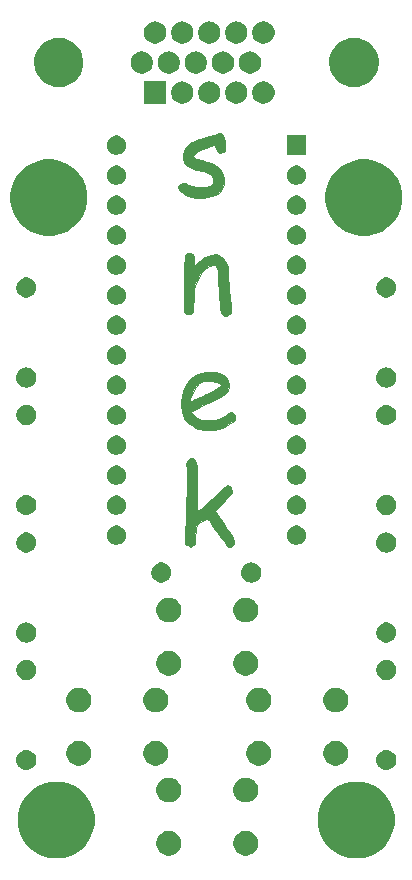
<source format=gbr>
G04 #@! TF.GenerationSoftware,KiCad,Pcbnew,(5.1.4)-1*
G04 #@! TF.CreationDate,2020-11-28T22:24:57-05:00*
G04 #@! TF.ProjectId,snek,736e656b-2e6b-4696-9361-645f70636258,rev?*
G04 #@! TF.SameCoordinates,Original*
G04 #@! TF.FileFunction,Soldermask,Top*
G04 #@! TF.FilePolarity,Negative*
%FSLAX46Y46*%
G04 Gerber Fmt 4.6, Leading zero omitted, Abs format (unit mm)*
G04 Created by KiCad (PCBNEW (5.1.4)-1) date 2020-11-28 22:24:57*
%MOMM*%
%LPD*%
G04 APERTURE LIST*
%ADD10C,0.010000*%
%ADD11C,0.100000*%
G04 APERTURE END LIST*
D10*
G36*
X146733608Y-108919950D02*
G01*
X146876336Y-109162196D01*
X146969553Y-109564826D01*
X146990999Y-109749872D01*
X147017491Y-110064496D01*
X147017190Y-110253251D01*
X146979664Y-110358812D01*
X146894483Y-110423851D01*
X146817251Y-110460679D01*
X146561153Y-110512703D01*
X146363783Y-110406885D01*
X146222731Y-110142563D01*
X146161743Y-109962938D01*
X146128740Y-109873957D01*
X146128671Y-109873828D01*
X146048225Y-109886701D01*
X145844876Y-109941388D01*
X145556763Y-110027363D01*
X145439500Y-110063991D01*
X145017622Y-110222728D01*
X144681980Y-110398443D01*
X144446250Y-110576747D01*
X144324109Y-110743250D01*
X144329232Y-110883563D01*
X144475298Y-110983297D01*
X144547167Y-111002834D01*
X145027789Y-111122727D01*
X145488573Y-111265933D01*
X145882007Y-111415977D01*
X146160573Y-111556382D01*
X146179941Y-111569027D01*
X146552400Y-111903719D01*
X146793404Y-112297563D01*
X146903299Y-112721329D01*
X146882431Y-113145786D01*
X146731145Y-113541703D01*
X146449787Y-113879851D01*
X146150219Y-114079694D01*
X145832447Y-114209304D01*
X145477207Y-114281612D01*
X145091885Y-114309394D01*
X144754722Y-114315164D01*
X144466962Y-114309040D01*
X144284840Y-114292382D01*
X144272000Y-114289551D01*
X143793909Y-114134649D01*
X143421640Y-113946127D01*
X143167014Y-113737498D01*
X143041849Y-113522273D01*
X143057963Y-113313965D01*
X143227177Y-113126086D01*
X143244253Y-113114577D01*
X143369842Y-113046786D01*
X143491197Y-113039508D01*
X143661885Y-113100759D01*
X143880083Y-113209743D01*
X144195420Y-113348634D01*
X144503999Y-113417507D01*
X144887957Y-113435901D01*
X145386419Y-113402402D01*
X145735084Y-113299842D01*
X145940113Y-113125124D01*
X146007664Y-112875155D01*
X146007667Y-112873251D01*
X145959002Y-112607663D01*
X145802333Y-112389666D01*
X145521648Y-112208304D01*
X145100935Y-112052622D01*
X144637517Y-111935847D01*
X144294797Y-111845560D01*
X143992912Y-111739338D01*
X143791120Y-111638409D01*
X143775813Y-111627165D01*
X143542895Y-111344432D01*
X143435616Y-110987373D01*
X143452842Y-110593922D01*
X143593442Y-110202016D01*
X143828012Y-109878326D01*
X143972960Y-109751843D01*
X144169149Y-109633142D01*
X144445922Y-109508751D01*
X144832621Y-109365197D01*
X145257123Y-109222159D01*
X145681451Y-109085468D01*
X146053674Y-108970311D01*
X146341733Y-108886249D01*
X146513569Y-108842844D01*
X146541818Y-108839000D01*
X146733608Y-108919950D01*
X146733608Y-108919950D01*
G37*
X146733608Y-108919950D02*
X146876336Y-109162196D01*
X146969553Y-109564826D01*
X146990999Y-109749872D01*
X147017491Y-110064496D01*
X147017190Y-110253251D01*
X146979664Y-110358812D01*
X146894483Y-110423851D01*
X146817251Y-110460679D01*
X146561153Y-110512703D01*
X146363783Y-110406885D01*
X146222731Y-110142563D01*
X146161743Y-109962938D01*
X146128740Y-109873957D01*
X146128671Y-109873828D01*
X146048225Y-109886701D01*
X145844876Y-109941388D01*
X145556763Y-110027363D01*
X145439500Y-110063991D01*
X145017622Y-110222728D01*
X144681980Y-110398443D01*
X144446250Y-110576747D01*
X144324109Y-110743250D01*
X144329232Y-110883563D01*
X144475298Y-110983297D01*
X144547167Y-111002834D01*
X145027789Y-111122727D01*
X145488573Y-111265933D01*
X145882007Y-111415977D01*
X146160573Y-111556382D01*
X146179941Y-111569027D01*
X146552400Y-111903719D01*
X146793404Y-112297563D01*
X146903299Y-112721329D01*
X146882431Y-113145786D01*
X146731145Y-113541703D01*
X146449787Y-113879851D01*
X146150219Y-114079694D01*
X145832447Y-114209304D01*
X145477207Y-114281612D01*
X145091885Y-114309394D01*
X144754722Y-114315164D01*
X144466962Y-114309040D01*
X144284840Y-114292382D01*
X144272000Y-114289551D01*
X143793909Y-114134649D01*
X143421640Y-113946127D01*
X143167014Y-113737498D01*
X143041849Y-113522273D01*
X143057963Y-113313965D01*
X143227177Y-113126086D01*
X143244253Y-113114577D01*
X143369842Y-113046786D01*
X143491197Y-113039508D01*
X143661885Y-113100759D01*
X143880083Y-113209743D01*
X144195420Y-113348634D01*
X144503999Y-113417507D01*
X144887957Y-113435901D01*
X145386419Y-113402402D01*
X145735084Y-113299842D01*
X145940113Y-113125124D01*
X146007664Y-112875155D01*
X146007667Y-112873251D01*
X145959002Y-112607663D01*
X145802333Y-112389666D01*
X145521648Y-112208304D01*
X145100935Y-112052622D01*
X144637517Y-111935847D01*
X144294797Y-111845560D01*
X143992912Y-111739338D01*
X143791120Y-111638409D01*
X143775813Y-111627165D01*
X143542895Y-111344432D01*
X143435616Y-110987373D01*
X143452842Y-110593922D01*
X143593442Y-110202016D01*
X143828012Y-109878326D01*
X143972960Y-109751843D01*
X144169149Y-109633142D01*
X144445922Y-109508751D01*
X144832621Y-109365197D01*
X145257123Y-109222159D01*
X145681451Y-109085468D01*
X146053674Y-108970311D01*
X146341733Y-108886249D01*
X146513569Y-108842844D01*
X146541818Y-108839000D01*
X146733608Y-108919950D01*
G36*
X144246344Y-119088406D02*
G01*
X144311355Y-119162767D01*
X144364953Y-119345949D01*
X144395942Y-119612598D01*
X144399000Y-119721596D01*
X144399000Y-120116657D01*
X144869278Y-119686850D01*
X145325721Y-119343567D01*
X145773315Y-119148385D01*
X146197105Y-119103356D01*
X146582135Y-119210529D01*
X146859091Y-119414065D01*
X147036260Y-119640973D01*
X147159613Y-119928574D01*
X147236321Y-120306587D01*
X147273553Y-120804728D01*
X147279877Y-121158000D01*
X147294676Y-121640372D01*
X147331406Y-122194165D01*
X147383204Y-122723934D01*
X147404667Y-122893666D01*
X147464887Y-123335081D01*
X147502508Y-123639895D01*
X147516487Y-123839466D01*
X147505778Y-123965148D01*
X147469334Y-124048298D01*
X147406113Y-124120273D01*
X147362334Y-124163666D01*
X147144894Y-124311882D01*
X146939579Y-124294869D01*
X146783155Y-124177154D01*
X146692427Y-124002811D01*
X146610283Y-123684635D01*
X146539912Y-123248042D01*
X146484507Y-122718446D01*
X146447256Y-122121263D01*
X146431352Y-121481908D01*
X146431000Y-121372143D01*
X146424126Y-120858473D01*
X146398238Y-120490643D01*
X146345442Y-120245525D01*
X146257841Y-120099991D01*
X146127540Y-120030914D01*
X145967673Y-120015000D01*
X145643478Y-120097457D01*
X145314123Y-120337579D01*
X144990823Y-120724493D01*
X144684795Y-121247322D01*
X144673726Y-121269585D01*
X144538318Y-121550815D01*
X144447578Y-121775078D01*
X144391834Y-121990153D01*
X144361410Y-122243821D01*
X144346632Y-122583860D01*
X144340113Y-122917268D01*
X144323687Y-123395037D01*
X144293254Y-123758072D01*
X144251020Y-123984986D01*
X144223913Y-124043600D01*
X144039538Y-124151256D01*
X143808173Y-124153641D01*
X143607285Y-124058076D01*
X143544319Y-123979358D01*
X143518502Y-123844237D01*
X143500954Y-123569681D01*
X143491053Y-123182852D01*
X143488181Y-122710910D01*
X143491717Y-122181016D01*
X143501040Y-121620330D01*
X143515531Y-121056013D01*
X143534570Y-120515226D01*
X143557536Y-120025130D01*
X143583810Y-119612884D01*
X143612771Y-119305651D01*
X143643798Y-119130590D01*
X143655614Y-119104833D01*
X143825871Y-119011056D01*
X144050024Y-119007988D01*
X144246344Y-119088406D01*
X144246344Y-119088406D01*
G37*
X144246344Y-119088406D02*
X144311355Y-119162767D01*
X144364953Y-119345949D01*
X144395942Y-119612598D01*
X144399000Y-119721596D01*
X144399000Y-120116657D01*
X144869278Y-119686850D01*
X145325721Y-119343567D01*
X145773315Y-119148385D01*
X146197105Y-119103356D01*
X146582135Y-119210529D01*
X146859091Y-119414065D01*
X147036260Y-119640973D01*
X147159613Y-119928574D01*
X147236321Y-120306587D01*
X147273553Y-120804728D01*
X147279877Y-121158000D01*
X147294676Y-121640372D01*
X147331406Y-122194165D01*
X147383204Y-122723934D01*
X147404667Y-122893666D01*
X147464887Y-123335081D01*
X147502508Y-123639895D01*
X147516487Y-123839466D01*
X147505778Y-123965148D01*
X147469334Y-124048298D01*
X147406113Y-124120273D01*
X147362334Y-124163666D01*
X147144894Y-124311882D01*
X146939579Y-124294869D01*
X146783155Y-124177154D01*
X146692427Y-124002811D01*
X146610283Y-123684635D01*
X146539912Y-123248042D01*
X146484507Y-122718446D01*
X146447256Y-122121263D01*
X146431352Y-121481908D01*
X146431000Y-121372143D01*
X146424126Y-120858473D01*
X146398238Y-120490643D01*
X146345442Y-120245525D01*
X146257841Y-120099991D01*
X146127540Y-120030914D01*
X145967673Y-120015000D01*
X145643478Y-120097457D01*
X145314123Y-120337579D01*
X144990823Y-120724493D01*
X144684795Y-121247322D01*
X144673726Y-121269585D01*
X144538318Y-121550815D01*
X144447578Y-121775078D01*
X144391834Y-121990153D01*
X144361410Y-122243821D01*
X144346632Y-122583860D01*
X144340113Y-122917268D01*
X144323687Y-123395037D01*
X144293254Y-123758072D01*
X144251020Y-123984986D01*
X144223913Y-124043600D01*
X144039538Y-124151256D01*
X143808173Y-124153641D01*
X143607285Y-124058076D01*
X143544319Y-123979358D01*
X143518502Y-123844237D01*
X143500954Y-123569681D01*
X143491053Y-123182852D01*
X143488181Y-122710910D01*
X143491717Y-122181016D01*
X143501040Y-121620330D01*
X143515531Y-121056013D01*
X143534570Y-120515226D01*
X143557536Y-120025130D01*
X143583810Y-119612884D01*
X143612771Y-119305651D01*
X143643798Y-119130590D01*
X143655614Y-119104833D01*
X143825871Y-119011056D01*
X144050024Y-119007988D01*
X144246344Y-119088406D01*
G36*
X146236408Y-129106106D02*
G01*
X146714947Y-129259223D01*
X147063936Y-129507975D01*
X147277023Y-129848400D01*
X147339477Y-130115505D01*
X147350124Y-130369768D01*
X147292005Y-130557435D01*
X147136945Y-130764377D01*
X147120324Y-130783408D01*
X147004490Y-130902114D01*
X146859732Y-131019404D01*
X146665579Y-131146711D01*
X146401565Y-131295469D01*
X146047220Y-131477114D01*
X145582076Y-131703078D01*
X144985664Y-131984797D01*
X144887013Y-132030981D01*
X144046549Y-132424124D01*
X144284515Y-132662090D01*
X144603526Y-132932905D01*
X144932447Y-133093377D01*
X145329279Y-133165717D01*
X145626667Y-133176058D01*
X146218720Y-133133292D01*
X146681917Y-133001275D01*
X147034887Y-132773961D01*
X147116550Y-132692360D01*
X147300631Y-132525272D01*
X147462589Y-132478104D01*
X147565511Y-132493637D01*
X147764140Y-132616344D01*
X147847047Y-132827785D01*
X147802624Y-133083150D01*
X147745648Y-133189016D01*
X147597858Y-133334083D01*
X147346808Y-133505972D01*
X147046217Y-133668008D01*
X147039280Y-133671265D01*
X146700855Y-133814783D01*
X146397178Y-133899985D01*
X146052298Y-133943878D01*
X145755132Y-133958819D01*
X145209480Y-133951552D01*
X144774626Y-133892740D01*
X144653000Y-133859753D01*
X144260293Y-133678601D01*
X143890620Y-133414136D01*
X143601587Y-133111481D01*
X143506032Y-132961327D01*
X143331844Y-132458793D01*
X143271124Y-131882717D01*
X143302336Y-131460615D01*
X144027512Y-131460615D01*
X144074742Y-131528434D01*
X144087410Y-131529270D01*
X144196952Y-131493389D01*
X144426380Y-131395439D01*
X144744333Y-131249496D01*
X145119450Y-131069632D01*
X145203334Y-131028483D01*
X145604728Y-130827204D01*
X145971208Y-130636905D01*
X146265133Y-130477568D01*
X146448864Y-130369176D01*
X146462302Y-130360139D01*
X146705270Y-130192185D01*
X146470931Y-130038640D01*
X146218816Y-129934612D01*
X145858148Y-129865414D01*
X145696883Y-129850729D01*
X145375361Y-129840584D01*
X145152030Y-129869978D01*
X144957605Y-129953446D01*
X144830678Y-130032428D01*
X144525572Y-130321801D01*
X144262486Y-130744764D01*
X144062868Y-131266828D01*
X144062721Y-131267341D01*
X144027512Y-131460615D01*
X143302336Y-131460615D01*
X143316022Y-131275533D01*
X143458686Y-130679677D01*
X143691265Y-130137585D01*
X144005908Y-129691691D01*
X144134241Y-129565968D01*
X144516592Y-129288678D01*
X144924278Y-129125254D01*
X145411248Y-129057237D01*
X145634674Y-129052586D01*
X146236408Y-129106106D01*
X146236408Y-129106106D01*
G37*
X146236408Y-129106106D02*
X146714947Y-129259223D01*
X147063936Y-129507975D01*
X147277023Y-129848400D01*
X147339477Y-130115505D01*
X147350124Y-130369768D01*
X147292005Y-130557435D01*
X147136945Y-130764377D01*
X147120324Y-130783408D01*
X147004490Y-130902114D01*
X146859732Y-131019404D01*
X146665579Y-131146711D01*
X146401565Y-131295469D01*
X146047220Y-131477114D01*
X145582076Y-131703078D01*
X144985664Y-131984797D01*
X144887013Y-132030981D01*
X144046549Y-132424124D01*
X144284515Y-132662090D01*
X144603526Y-132932905D01*
X144932447Y-133093377D01*
X145329279Y-133165717D01*
X145626667Y-133176058D01*
X146218720Y-133133292D01*
X146681917Y-133001275D01*
X147034887Y-132773961D01*
X147116550Y-132692360D01*
X147300631Y-132525272D01*
X147462589Y-132478104D01*
X147565511Y-132493637D01*
X147764140Y-132616344D01*
X147847047Y-132827785D01*
X147802624Y-133083150D01*
X147745648Y-133189016D01*
X147597858Y-133334083D01*
X147346808Y-133505972D01*
X147046217Y-133668008D01*
X147039280Y-133671265D01*
X146700855Y-133814783D01*
X146397178Y-133899985D01*
X146052298Y-133943878D01*
X145755132Y-133958819D01*
X145209480Y-133951552D01*
X144774626Y-133892740D01*
X144653000Y-133859753D01*
X144260293Y-133678601D01*
X143890620Y-133414136D01*
X143601587Y-133111481D01*
X143506032Y-132961327D01*
X143331844Y-132458793D01*
X143271124Y-131882717D01*
X143302336Y-131460615D01*
X144027512Y-131460615D01*
X144074742Y-131528434D01*
X144087410Y-131529270D01*
X144196952Y-131493389D01*
X144426380Y-131395439D01*
X144744333Y-131249496D01*
X145119450Y-131069632D01*
X145203334Y-131028483D01*
X145604728Y-130827204D01*
X145971208Y-130636905D01*
X146265133Y-130477568D01*
X146448864Y-130369176D01*
X146462302Y-130360139D01*
X146705270Y-130192185D01*
X146470931Y-130038640D01*
X146218816Y-129934612D01*
X145858148Y-129865414D01*
X145696883Y-129850729D01*
X145375361Y-129840584D01*
X145152030Y-129869978D01*
X144957605Y-129953446D01*
X144830678Y-130032428D01*
X144525572Y-130321801D01*
X144262486Y-130744764D01*
X144062868Y-131266828D01*
X144062721Y-131267341D01*
X144027512Y-131460615D01*
X143302336Y-131460615D01*
X143316022Y-131275533D01*
X143458686Y-130679677D01*
X143691265Y-130137585D01*
X144005908Y-129691691D01*
X144134241Y-129565968D01*
X144516592Y-129288678D01*
X144924278Y-129125254D01*
X145411248Y-129057237D01*
X145634674Y-129052586D01*
X146236408Y-129106106D01*
G36*
X144259451Y-136393610D02*
G01*
X144293608Y-136405016D01*
X144407230Y-136467128D01*
X144495372Y-136576070D01*
X144560247Y-136749844D01*
X144604067Y-137006451D01*
X144629043Y-137363894D01*
X144637388Y-137840174D01*
X144631313Y-138453294D01*
X144617837Y-139043833D01*
X144604871Y-139678083D01*
X144602386Y-140186019D01*
X144610174Y-140556624D01*
X144628027Y-140778879D01*
X144651879Y-140843000D01*
X144758875Y-140786893D01*
X144962169Y-140632611D01*
X145237821Y-140401210D01*
X145561888Y-140113747D01*
X145910430Y-139791276D01*
X146259504Y-139454856D01*
X146471063Y-139243042D01*
X146735458Y-138987110D01*
X146968887Y-138785351D01*
X147139124Y-138664397D01*
X147198774Y-138641666D01*
X147385076Y-138715274D01*
X147541203Y-138894624D01*
X147615394Y-139117507D01*
X147616334Y-139143518D01*
X147548903Y-139309994D01*
X147346753Y-139578504D01*
X147010101Y-139948773D01*
X146870100Y-140092663D01*
X146123867Y-140849623D01*
X146791388Y-141756478D01*
X147198180Y-142325498D01*
X147495100Y-142782707D01*
X147686598Y-143141210D01*
X147777126Y-143414114D01*
X147771133Y-143614521D01*
X147673073Y-143755539D01*
X147500971Y-143845636D01*
X147410568Y-143877691D01*
X147335491Y-143890588D01*
X147259980Y-143867822D01*
X147168273Y-143792884D01*
X147044609Y-143649267D01*
X146873229Y-143420466D01*
X146638371Y-143089972D01*
X146324275Y-142641279D01*
X146250860Y-142536333D01*
X145999587Y-142179019D01*
X145780089Y-141870175D01*
X145611959Y-141637127D01*
X145514791Y-141507197D01*
X145502048Y-141492031D01*
X145401797Y-141497427D01*
X145209548Y-141582862D01*
X145010281Y-141702177D01*
X144791503Y-141865178D01*
X144642537Y-142036957D01*
X144550417Y-142253859D01*
X144502176Y-142552232D01*
X144484847Y-142968422D01*
X144483667Y-143178349D01*
X144469849Y-143463635D01*
X144416422Y-143636414D01*
X144305426Y-143752124D01*
X144295495Y-143759199D01*
X144118765Y-143867089D01*
X143991431Y-143867533D01*
X143829754Y-143757600D01*
X143810704Y-143742230D01*
X143626981Y-143593460D01*
X143711493Y-140673063D01*
X143730337Y-139958914D01*
X143744952Y-139275168D01*
X143755073Y-138646261D01*
X143760432Y-138096629D01*
X143760764Y-137650710D01*
X143755804Y-137332939D01*
X143749256Y-137202333D01*
X143729908Y-136894273D01*
X143743408Y-136703067D01*
X143799358Y-136577837D01*
X143883984Y-136488390D01*
X144062924Y-136376565D01*
X144259451Y-136393610D01*
X144259451Y-136393610D01*
G37*
X144259451Y-136393610D02*
X144293608Y-136405016D01*
X144407230Y-136467128D01*
X144495372Y-136576070D01*
X144560247Y-136749844D01*
X144604067Y-137006451D01*
X144629043Y-137363894D01*
X144637388Y-137840174D01*
X144631313Y-138453294D01*
X144617837Y-139043833D01*
X144604871Y-139678083D01*
X144602386Y-140186019D01*
X144610174Y-140556624D01*
X144628027Y-140778879D01*
X144651879Y-140843000D01*
X144758875Y-140786893D01*
X144962169Y-140632611D01*
X145237821Y-140401210D01*
X145561888Y-140113747D01*
X145910430Y-139791276D01*
X146259504Y-139454856D01*
X146471063Y-139243042D01*
X146735458Y-138987110D01*
X146968887Y-138785351D01*
X147139124Y-138664397D01*
X147198774Y-138641666D01*
X147385076Y-138715274D01*
X147541203Y-138894624D01*
X147615394Y-139117507D01*
X147616334Y-139143518D01*
X147548903Y-139309994D01*
X147346753Y-139578504D01*
X147010101Y-139948773D01*
X146870100Y-140092663D01*
X146123867Y-140849623D01*
X146791388Y-141756478D01*
X147198180Y-142325498D01*
X147495100Y-142782707D01*
X147686598Y-143141210D01*
X147777126Y-143414114D01*
X147771133Y-143614521D01*
X147673073Y-143755539D01*
X147500971Y-143845636D01*
X147410568Y-143877691D01*
X147335491Y-143890588D01*
X147259980Y-143867822D01*
X147168273Y-143792884D01*
X147044609Y-143649267D01*
X146873229Y-143420466D01*
X146638371Y-143089972D01*
X146324275Y-142641279D01*
X146250860Y-142536333D01*
X145999587Y-142179019D01*
X145780089Y-141870175D01*
X145611959Y-141637127D01*
X145514791Y-141507197D01*
X145502048Y-141492031D01*
X145401797Y-141497427D01*
X145209548Y-141582862D01*
X145010281Y-141702177D01*
X144791503Y-141865178D01*
X144642537Y-142036957D01*
X144550417Y-142253859D01*
X144502176Y-142552232D01*
X144484847Y-142968422D01*
X144483667Y-143178349D01*
X144469849Y-143463635D01*
X144416422Y-143636414D01*
X144305426Y-143752124D01*
X144295495Y-143759199D01*
X144118765Y-143867089D01*
X143991431Y-143867533D01*
X143829754Y-143757600D01*
X143810704Y-143742230D01*
X143626981Y-143593460D01*
X143711493Y-140673063D01*
X143730337Y-139958914D01*
X143744952Y-139275168D01*
X143755073Y-138646261D01*
X143760432Y-138096629D01*
X143760764Y-137650710D01*
X143755804Y-137332939D01*
X143749256Y-137202333D01*
X143729908Y-136894273D01*
X143743408Y-136703067D01*
X143799358Y-136577837D01*
X143883984Y-136488390D01*
X144062924Y-136376565D01*
X144259451Y-136393610D01*
D11*
G36*
X158641453Y-163795027D02*
G01*
X159063282Y-163878934D01*
X159654926Y-164124001D01*
X160187392Y-164479784D01*
X160640216Y-164932608D01*
X160995999Y-165465074D01*
X161241066Y-166056718D01*
X161366000Y-166684804D01*
X161366000Y-167325196D01*
X161241066Y-167953282D01*
X160995999Y-168544926D01*
X160640216Y-169077392D01*
X160187392Y-169530216D01*
X159654926Y-169885999D01*
X159063282Y-170131066D01*
X158749239Y-170193533D01*
X158435197Y-170256000D01*
X157794803Y-170256000D01*
X157480761Y-170193533D01*
X157166718Y-170131066D01*
X156575074Y-169885999D01*
X156042608Y-169530216D01*
X155589784Y-169077392D01*
X155234001Y-168544926D01*
X154988934Y-167953282D01*
X154864000Y-167325196D01*
X154864000Y-166684804D01*
X154988934Y-166056718D01*
X155234001Y-165465074D01*
X155589784Y-164932608D01*
X156042608Y-164479784D01*
X156575074Y-164124001D01*
X157166718Y-163878934D01*
X157588547Y-163795027D01*
X157794803Y-163754000D01*
X158435197Y-163754000D01*
X158641453Y-163795027D01*
X158641453Y-163795027D01*
G37*
G36*
X133241453Y-163795027D02*
G01*
X133663282Y-163878934D01*
X134254926Y-164124001D01*
X134787392Y-164479784D01*
X135240216Y-164932608D01*
X135595999Y-165465074D01*
X135841066Y-166056718D01*
X135966000Y-166684804D01*
X135966000Y-167325196D01*
X135841066Y-167953282D01*
X135595999Y-168544926D01*
X135240216Y-169077392D01*
X134787392Y-169530216D01*
X134254926Y-169885999D01*
X133663282Y-170131066D01*
X133349239Y-170193533D01*
X133035197Y-170256000D01*
X132394803Y-170256000D01*
X132080761Y-170193533D01*
X131766718Y-170131066D01*
X131175074Y-169885999D01*
X130642608Y-169530216D01*
X130189784Y-169077392D01*
X129834001Y-168544926D01*
X129588934Y-167953282D01*
X129464000Y-167325196D01*
X129464000Y-166684804D01*
X129588934Y-166056718D01*
X129834001Y-165465074D01*
X130189784Y-164932608D01*
X130642608Y-164479784D01*
X131175074Y-164124001D01*
X131766718Y-163878934D01*
X132188547Y-163795027D01*
X132394803Y-163754000D01*
X133035197Y-163754000D01*
X133241453Y-163795027D01*
X133241453Y-163795027D01*
G37*
G36*
X149046564Y-167954389D02*
G01*
X149237833Y-168033615D01*
X149237835Y-168033616D01*
X149409973Y-168148635D01*
X149556365Y-168295027D01*
X149671385Y-168467167D01*
X149750611Y-168658436D01*
X149791000Y-168861484D01*
X149791000Y-169068516D01*
X149750611Y-169271564D01*
X149671385Y-169462833D01*
X149671384Y-169462835D01*
X149556365Y-169634973D01*
X149409973Y-169781365D01*
X149237835Y-169896384D01*
X149237834Y-169896385D01*
X149237833Y-169896385D01*
X149046564Y-169975611D01*
X148843516Y-170016000D01*
X148636484Y-170016000D01*
X148433436Y-169975611D01*
X148242167Y-169896385D01*
X148242166Y-169896385D01*
X148242165Y-169896384D01*
X148070027Y-169781365D01*
X147923635Y-169634973D01*
X147808616Y-169462835D01*
X147808615Y-169462833D01*
X147729389Y-169271564D01*
X147689000Y-169068516D01*
X147689000Y-168861484D01*
X147729389Y-168658436D01*
X147808615Y-168467167D01*
X147923635Y-168295027D01*
X148070027Y-168148635D01*
X148242165Y-168033616D01*
X148242167Y-168033615D01*
X148433436Y-167954389D01*
X148636484Y-167914000D01*
X148843516Y-167914000D01*
X149046564Y-167954389D01*
X149046564Y-167954389D01*
G37*
G36*
X142546564Y-167954389D02*
G01*
X142737833Y-168033615D01*
X142737835Y-168033616D01*
X142909973Y-168148635D01*
X143056365Y-168295027D01*
X143171385Y-168467167D01*
X143250611Y-168658436D01*
X143291000Y-168861484D01*
X143291000Y-169068516D01*
X143250611Y-169271564D01*
X143171385Y-169462833D01*
X143171384Y-169462835D01*
X143056365Y-169634973D01*
X142909973Y-169781365D01*
X142737835Y-169896384D01*
X142737834Y-169896385D01*
X142737833Y-169896385D01*
X142546564Y-169975611D01*
X142343516Y-170016000D01*
X142136484Y-170016000D01*
X141933436Y-169975611D01*
X141742167Y-169896385D01*
X141742166Y-169896385D01*
X141742165Y-169896384D01*
X141570027Y-169781365D01*
X141423635Y-169634973D01*
X141308616Y-169462835D01*
X141308615Y-169462833D01*
X141229389Y-169271564D01*
X141189000Y-169068516D01*
X141189000Y-168861484D01*
X141229389Y-168658436D01*
X141308615Y-168467167D01*
X141423635Y-168295027D01*
X141570027Y-168148635D01*
X141742165Y-168033616D01*
X141742167Y-168033615D01*
X141933436Y-167954389D01*
X142136484Y-167914000D01*
X142343516Y-167914000D01*
X142546564Y-167954389D01*
X142546564Y-167954389D01*
G37*
G36*
X149046564Y-163454389D02*
G01*
X149237833Y-163533615D01*
X149237835Y-163533616D01*
X149409973Y-163648635D01*
X149556365Y-163795027D01*
X149671385Y-163967167D01*
X149750611Y-164158436D01*
X149791000Y-164361484D01*
X149791000Y-164568516D01*
X149750611Y-164771564D01*
X149683904Y-164932609D01*
X149671384Y-164962835D01*
X149556365Y-165134973D01*
X149409973Y-165281365D01*
X149237835Y-165396384D01*
X149237834Y-165396385D01*
X149237833Y-165396385D01*
X149046564Y-165475611D01*
X148843516Y-165516000D01*
X148636484Y-165516000D01*
X148433436Y-165475611D01*
X148242167Y-165396385D01*
X148242166Y-165396385D01*
X148242165Y-165396384D01*
X148070027Y-165281365D01*
X147923635Y-165134973D01*
X147808616Y-164962835D01*
X147796096Y-164932609D01*
X147729389Y-164771564D01*
X147689000Y-164568516D01*
X147689000Y-164361484D01*
X147729389Y-164158436D01*
X147808615Y-163967167D01*
X147923635Y-163795027D01*
X148070027Y-163648635D01*
X148242165Y-163533616D01*
X148242167Y-163533615D01*
X148433436Y-163454389D01*
X148636484Y-163414000D01*
X148843516Y-163414000D01*
X149046564Y-163454389D01*
X149046564Y-163454389D01*
G37*
G36*
X142546564Y-163454389D02*
G01*
X142737833Y-163533615D01*
X142737835Y-163533616D01*
X142909973Y-163648635D01*
X143056365Y-163795027D01*
X143171385Y-163967167D01*
X143250611Y-164158436D01*
X143291000Y-164361484D01*
X143291000Y-164568516D01*
X143250611Y-164771564D01*
X143183904Y-164932609D01*
X143171384Y-164962835D01*
X143056365Y-165134973D01*
X142909973Y-165281365D01*
X142737835Y-165396384D01*
X142737834Y-165396385D01*
X142737833Y-165396385D01*
X142546564Y-165475611D01*
X142343516Y-165516000D01*
X142136484Y-165516000D01*
X141933436Y-165475611D01*
X141742167Y-165396385D01*
X141742166Y-165396385D01*
X141742165Y-165396384D01*
X141570027Y-165281365D01*
X141423635Y-165134973D01*
X141308616Y-164962835D01*
X141296096Y-164932609D01*
X141229389Y-164771564D01*
X141189000Y-164568516D01*
X141189000Y-164361484D01*
X141229389Y-164158436D01*
X141308615Y-163967167D01*
X141423635Y-163795027D01*
X141570027Y-163648635D01*
X141742165Y-163533616D01*
X141742167Y-163533615D01*
X141933436Y-163454389D01*
X142136484Y-163414000D01*
X142343516Y-163414000D01*
X142546564Y-163454389D01*
X142546564Y-163454389D01*
G37*
G36*
X160821823Y-161086313D02*
G01*
X160982242Y-161134976D01*
X161114906Y-161205886D01*
X161130078Y-161213996D01*
X161259659Y-161320341D01*
X161366004Y-161449922D01*
X161366005Y-161449924D01*
X161445024Y-161597758D01*
X161493687Y-161758177D01*
X161510117Y-161925000D01*
X161493687Y-162091823D01*
X161445024Y-162252242D01*
X161389772Y-162355611D01*
X161366004Y-162400078D01*
X161259659Y-162529659D01*
X161130078Y-162636004D01*
X161130076Y-162636005D01*
X160982242Y-162715024D01*
X160821823Y-162763687D01*
X160696804Y-162776000D01*
X160613196Y-162776000D01*
X160488177Y-162763687D01*
X160327758Y-162715024D01*
X160179924Y-162636005D01*
X160179922Y-162636004D01*
X160050341Y-162529659D01*
X159943996Y-162400078D01*
X159920228Y-162355611D01*
X159864976Y-162252242D01*
X159816313Y-162091823D01*
X159799883Y-161925000D01*
X159816313Y-161758177D01*
X159864976Y-161597758D01*
X159943995Y-161449924D01*
X159943996Y-161449922D01*
X160050341Y-161320341D01*
X160179922Y-161213996D01*
X160195094Y-161205886D01*
X160327758Y-161134976D01*
X160488177Y-161086313D01*
X160613196Y-161074000D01*
X160696804Y-161074000D01*
X160821823Y-161086313D01*
X160821823Y-161086313D01*
G37*
G36*
X130341823Y-161086313D02*
G01*
X130502242Y-161134976D01*
X130634906Y-161205886D01*
X130650078Y-161213996D01*
X130779659Y-161320341D01*
X130886004Y-161449922D01*
X130886005Y-161449924D01*
X130965024Y-161597758D01*
X131013687Y-161758177D01*
X131030117Y-161925000D01*
X131013687Y-162091823D01*
X130965024Y-162252242D01*
X130909772Y-162355611D01*
X130886004Y-162400078D01*
X130779659Y-162529659D01*
X130650078Y-162636004D01*
X130650076Y-162636005D01*
X130502242Y-162715024D01*
X130341823Y-162763687D01*
X130216804Y-162776000D01*
X130133196Y-162776000D01*
X130008177Y-162763687D01*
X129847758Y-162715024D01*
X129699924Y-162636005D01*
X129699922Y-162636004D01*
X129570341Y-162529659D01*
X129463996Y-162400078D01*
X129440228Y-162355611D01*
X129384976Y-162252242D01*
X129336313Y-162091823D01*
X129319883Y-161925000D01*
X129336313Y-161758177D01*
X129384976Y-161597758D01*
X129463995Y-161449924D01*
X129463996Y-161449922D01*
X129570341Y-161320341D01*
X129699922Y-161213996D01*
X129715094Y-161205886D01*
X129847758Y-161134976D01*
X130008177Y-161086313D01*
X130133196Y-161074000D01*
X130216804Y-161074000D01*
X130341823Y-161086313D01*
X130341823Y-161086313D01*
G37*
G36*
X141426564Y-160334389D02*
G01*
X141617833Y-160413615D01*
X141617835Y-160413616D01*
X141789973Y-160528635D01*
X141936365Y-160675027D01*
X142051385Y-160847167D01*
X142130611Y-161038436D01*
X142171000Y-161241484D01*
X142171000Y-161448516D01*
X142130611Y-161651564D01*
X142051385Y-161842833D01*
X142051384Y-161842835D01*
X141936365Y-162014973D01*
X141789973Y-162161365D01*
X141617835Y-162276384D01*
X141617834Y-162276385D01*
X141617833Y-162276385D01*
X141426564Y-162355611D01*
X141223516Y-162396000D01*
X141016484Y-162396000D01*
X140813436Y-162355611D01*
X140622167Y-162276385D01*
X140622166Y-162276385D01*
X140622165Y-162276384D01*
X140450027Y-162161365D01*
X140303635Y-162014973D01*
X140188616Y-161842835D01*
X140188615Y-161842833D01*
X140109389Y-161651564D01*
X140069000Y-161448516D01*
X140069000Y-161241484D01*
X140109389Y-161038436D01*
X140188615Y-160847167D01*
X140303635Y-160675027D01*
X140450027Y-160528635D01*
X140622165Y-160413616D01*
X140622167Y-160413615D01*
X140813436Y-160334389D01*
X141016484Y-160294000D01*
X141223516Y-160294000D01*
X141426564Y-160334389D01*
X141426564Y-160334389D01*
G37*
G36*
X134926564Y-160334389D02*
G01*
X135117833Y-160413615D01*
X135117835Y-160413616D01*
X135289973Y-160528635D01*
X135436365Y-160675027D01*
X135551385Y-160847167D01*
X135630611Y-161038436D01*
X135671000Y-161241484D01*
X135671000Y-161448516D01*
X135630611Y-161651564D01*
X135551385Y-161842833D01*
X135551384Y-161842835D01*
X135436365Y-162014973D01*
X135289973Y-162161365D01*
X135117835Y-162276384D01*
X135117834Y-162276385D01*
X135117833Y-162276385D01*
X134926564Y-162355611D01*
X134723516Y-162396000D01*
X134516484Y-162396000D01*
X134313436Y-162355611D01*
X134122167Y-162276385D01*
X134122166Y-162276385D01*
X134122165Y-162276384D01*
X133950027Y-162161365D01*
X133803635Y-162014973D01*
X133688616Y-161842835D01*
X133688615Y-161842833D01*
X133609389Y-161651564D01*
X133569000Y-161448516D01*
X133569000Y-161241484D01*
X133609389Y-161038436D01*
X133688615Y-160847167D01*
X133803635Y-160675027D01*
X133950027Y-160528635D01*
X134122165Y-160413616D01*
X134122167Y-160413615D01*
X134313436Y-160334389D01*
X134516484Y-160294000D01*
X134723516Y-160294000D01*
X134926564Y-160334389D01*
X134926564Y-160334389D01*
G37*
G36*
X156666564Y-160334389D02*
G01*
X156857833Y-160413615D01*
X156857835Y-160413616D01*
X157029973Y-160528635D01*
X157176365Y-160675027D01*
X157291385Y-160847167D01*
X157370611Y-161038436D01*
X157411000Y-161241484D01*
X157411000Y-161448516D01*
X157370611Y-161651564D01*
X157291385Y-161842833D01*
X157291384Y-161842835D01*
X157176365Y-162014973D01*
X157029973Y-162161365D01*
X156857835Y-162276384D01*
X156857834Y-162276385D01*
X156857833Y-162276385D01*
X156666564Y-162355611D01*
X156463516Y-162396000D01*
X156256484Y-162396000D01*
X156053436Y-162355611D01*
X155862167Y-162276385D01*
X155862166Y-162276385D01*
X155862165Y-162276384D01*
X155690027Y-162161365D01*
X155543635Y-162014973D01*
X155428616Y-161842835D01*
X155428615Y-161842833D01*
X155349389Y-161651564D01*
X155309000Y-161448516D01*
X155309000Y-161241484D01*
X155349389Y-161038436D01*
X155428615Y-160847167D01*
X155543635Y-160675027D01*
X155690027Y-160528635D01*
X155862165Y-160413616D01*
X155862167Y-160413615D01*
X156053436Y-160334389D01*
X156256484Y-160294000D01*
X156463516Y-160294000D01*
X156666564Y-160334389D01*
X156666564Y-160334389D01*
G37*
G36*
X150166564Y-160334389D02*
G01*
X150357833Y-160413615D01*
X150357835Y-160413616D01*
X150529973Y-160528635D01*
X150676365Y-160675027D01*
X150791385Y-160847167D01*
X150870611Y-161038436D01*
X150911000Y-161241484D01*
X150911000Y-161448516D01*
X150870611Y-161651564D01*
X150791385Y-161842833D01*
X150791384Y-161842835D01*
X150676365Y-162014973D01*
X150529973Y-162161365D01*
X150357835Y-162276384D01*
X150357834Y-162276385D01*
X150357833Y-162276385D01*
X150166564Y-162355611D01*
X149963516Y-162396000D01*
X149756484Y-162396000D01*
X149553436Y-162355611D01*
X149362167Y-162276385D01*
X149362166Y-162276385D01*
X149362165Y-162276384D01*
X149190027Y-162161365D01*
X149043635Y-162014973D01*
X148928616Y-161842835D01*
X148928615Y-161842833D01*
X148849389Y-161651564D01*
X148809000Y-161448516D01*
X148809000Y-161241484D01*
X148849389Y-161038436D01*
X148928615Y-160847167D01*
X149043635Y-160675027D01*
X149190027Y-160528635D01*
X149362165Y-160413616D01*
X149362167Y-160413615D01*
X149553436Y-160334389D01*
X149756484Y-160294000D01*
X149963516Y-160294000D01*
X150166564Y-160334389D01*
X150166564Y-160334389D01*
G37*
G36*
X150166564Y-155834389D02*
G01*
X150357833Y-155913615D01*
X150357835Y-155913616D01*
X150529973Y-156028635D01*
X150676365Y-156175027D01*
X150791385Y-156347167D01*
X150870611Y-156538436D01*
X150911000Y-156741484D01*
X150911000Y-156948516D01*
X150870611Y-157151564D01*
X150791385Y-157342833D01*
X150791384Y-157342835D01*
X150676365Y-157514973D01*
X150529973Y-157661365D01*
X150357835Y-157776384D01*
X150357834Y-157776385D01*
X150357833Y-157776385D01*
X150166564Y-157855611D01*
X149963516Y-157896000D01*
X149756484Y-157896000D01*
X149553436Y-157855611D01*
X149362167Y-157776385D01*
X149362166Y-157776385D01*
X149362165Y-157776384D01*
X149190027Y-157661365D01*
X149043635Y-157514973D01*
X148928616Y-157342835D01*
X148928615Y-157342833D01*
X148849389Y-157151564D01*
X148809000Y-156948516D01*
X148809000Y-156741484D01*
X148849389Y-156538436D01*
X148928615Y-156347167D01*
X149043635Y-156175027D01*
X149190027Y-156028635D01*
X149362165Y-155913616D01*
X149362167Y-155913615D01*
X149553436Y-155834389D01*
X149756484Y-155794000D01*
X149963516Y-155794000D01*
X150166564Y-155834389D01*
X150166564Y-155834389D01*
G37*
G36*
X156666564Y-155834389D02*
G01*
X156857833Y-155913615D01*
X156857835Y-155913616D01*
X157029973Y-156028635D01*
X157176365Y-156175027D01*
X157291385Y-156347167D01*
X157370611Y-156538436D01*
X157411000Y-156741484D01*
X157411000Y-156948516D01*
X157370611Y-157151564D01*
X157291385Y-157342833D01*
X157291384Y-157342835D01*
X157176365Y-157514973D01*
X157029973Y-157661365D01*
X156857835Y-157776384D01*
X156857834Y-157776385D01*
X156857833Y-157776385D01*
X156666564Y-157855611D01*
X156463516Y-157896000D01*
X156256484Y-157896000D01*
X156053436Y-157855611D01*
X155862167Y-157776385D01*
X155862166Y-157776385D01*
X155862165Y-157776384D01*
X155690027Y-157661365D01*
X155543635Y-157514973D01*
X155428616Y-157342835D01*
X155428615Y-157342833D01*
X155349389Y-157151564D01*
X155309000Y-156948516D01*
X155309000Y-156741484D01*
X155349389Y-156538436D01*
X155428615Y-156347167D01*
X155543635Y-156175027D01*
X155690027Y-156028635D01*
X155862165Y-155913616D01*
X155862167Y-155913615D01*
X156053436Y-155834389D01*
X156256484Y-155794000D01*
X156463516Y-155794000D01*
X156666564Y-155834389D01*
X156666564Y-155834389D01*
G37*
G36*
X134926564Y-155834389D02*
G01*
X135117833Y-155913615D01*
X135117835Y-155913616D01*
X135289973Y-156028635D01*
X135436365Y-156175027D01*
X135551385Y-156347167D01*
X135630611Y-156538436D01*
X135671000Y-156741484D01*
X135671000Y-156948516D01*
X135630611Y-157151564D01*
X135551385Y-157342833D01*
X135551384Y-157342835D01*
X135436365Y-157514973D01*
X135289973Y-157661365D01*
X135117835Y-157776384D01*
X135117834Y-157776385D01*
X135117833Y-157776385D01*
X134926564Y-157855611D01*
X134723516Y-157896000D01*
X134516484Y-157896000D01*
X134313436Y-157855611D01*
X134122167Y-157776385D01*
X134122166Y-157776385D01*
X134122165Y-157776384D01*
X133950027Y-157661365D01*
X133803635Y-157514973D01*
X133688616Y-157342835D01*
X133688615Y-157342833D01*
X133609389Y-157151564D01*
X133569000Y-156948516D01*
X133569000Y-156741484D01*
X133609389Y-156538436D01*
X133688615Y-156347167D01*
X133803635Y-156175027D01*
X133950027Y-156028635D01*
X134122165Y-155913616D01*
X134122167Y-155913615D01*
X134313436Y-155834389D01*
X134516484Y-155794000D01*
X134723516Y-155794000D01*
X134926564Y-155834389D01*
X134926564Y-155834389D01*
G37*
G36*
X141426564Y-155834389D02*
G01*
X141617833Y-155913615D01*
X141617835Y-155913616D01*
X141789973Y-156028635D01*
X141936365Y-156175027D01*
X142051385Y-156347167D01*
X142130611Y-156538436D01*
X142171000Y-156741484D01*
X142171000Y-156948516D01*
X142130611Y-157151564D01*
X142051385Y-157342833D01*
X142051384Y-157342835D01*
X141936365Y-157514973D01*
X141789973Y-157661365D01*
X141617835Y-157776384D01*
X141617834Y-157776385D01*
X141617833Y-157776385D01*
X141426564Y-157855611D01*
X141223516Y-157896000D01*
X141016484Y-157896000D01*
X140813436Y-157855611D01*
X140622167Y-157776385D01*
X140622166Y-157776385D01*
X140622165Y-157776384D01*
X140450027Y-157661365D01*
X140303635Y-157514973D01*
X140188616Y-157342835D01*
X140188615Y-157342833D01*
X140109389Y-157151564D01*
X140069000Y-156948516D01*
X140069000Y-156741484D01*
X140109389Y-156538436D01*
X140188615Y-156347167D01*
X140303635Y-156175027D01*
X140450027Y-156028635D01*
X140622165Y-155913616D01*
X140622167Y-155913615D01*
X140813436Y-155834389D01*
X141016484Y-155794000D01*
X141223516Y-155794000D01*
X141426564Y-155834389D01*
X141426564Y-155834389D01*
G37*
G36*
X130423228Y-153486703D02*
G01*
X130578100Y-153550853D01*
X130717481Y-153643985D01*
X130836015Y-153762519D01*
X130929147Y-153901900D01*
X130993297Y-154056772D01*
X131026000Y-154221184D01*
X131026000Y-154388816D01*
X130993297Y-154553228D01*
X130929147Y-154708100D01*
X130836015Y-154847481D01*
X130717481Y-154966015D01*
X130578100Y-155059147D01*
X130423228Y-155123297D01*
X130258816Y-155156000D01*
X130091184Y-155156000D01*
X129926772Y-155123297D01*
X129771900Y-155059147D01*
X129632519Y-154966015D01*
X129513985Y-154847481D01*
X129420853Y-154708100D01*
X129356703Y-154553228D01*
X129324000Y-154388816D01*
X129324000Y-154221184D01*
X129356703Y-154056772D01*
X129420853Y-153901900D01*
X129513985Y-153762519D01*
X129632519Y-153643985D01*
X129771900Y-153550853D01*
X129926772Y-153486703D01*
X130091184Y-153454000D01*
X130258816Y-153454000D01*
X130423228Y-153486703D01*
X130423228Y-153486703D01*
G37*
G36*
X160903228Y-153486703D02*
G01*
X161058100Y-153550853D01*
X161197481Y-153643985D01*
X161316015Y-153762519D01*
X161409147Y-153901900D01*
X161473297Y-154056772D01*
X161506000Y-154221184D01*
X161506000Y-154388816D01*
X161473297Y-154553228D01*
X161409147Y-154708100D01*
X161316015Y-154847481D01*
X161197481Y-154966015D01*
X161058100Y-155059147D01*
X160903228Y-155123297D01*
X160738816Y-155156000D01*
X160571184Y-155156000D01*
X160406772Y-155123297D01*
X160251900Y-155059147D01*
X160112519Y-154966015D01*
X159993985Y-154847481D01*
X159900853Y-154708100D01*
X159836703Y-154553228D01*
X159804000Y-154388816D01*
X159804000Y-154221184D01*
X159836703Y-154056772D01*
X159900853Y-153901900D01*
X159993985Y-153762519D01*
X160112519Y-153643985D01*
X160251900Y-153550853D01*
X160406772Y-153486703D01*
X160571184Y-153454000D01*
X160738816Y-153454000D01*
X160903228Y-153486703D01*
X160903228Y-153486703D01*
G37*
G36*
X149046564Y-152714389D02*
G01*
X149237833Y-152793615D01*
X149237835Y-152793616D01*
X149409973Y-152908635D01*
X149556365Y-153055027D01*
X149671385Y-153227167D01*
X149750611Y-153418436D01*
X149791000Y-153621484D01*
X149791000Y-153828516D01*
X149750611Y-154031564D01*
X149671385Y-154222833D01*
X149671384Y-154222835D01*
X149556365Y-154394973D01*
X149409973Y-154541365D01*
X149237835Y-154656384D01*
X149237834Y-154656385D01*
X149237833Y-154656385D01*
X149046564Y-154735611D01*
X148843516Y-154776000D01*
X148636484Y-154776000D01*
X148433436Y-154735611D01*
X148242167Y-154656385D01*
X148242166Y-154656385D01*
X148242165Y-154656384D01*
X148070027Y-154541365D01*
X147923635Y-154394973D01*
X147808616Y-154222835D01*
X147808615Y-154222833D01*
X147729389Y-154031564D01*
X147689000Y-153828516D01*
X147689000Y-153621484D01*
X147729389Y-153418436D01*
X147808615Y-153227167D01*
X147923635Y-153055027D01*
X148070027Y-152908635D01*
X148242165Y-152793616D01*
X148242167Y-152793615D01*
X148433436Y-152714389D01*
X148636484Y-152674000D01*
X148843516Y-152674000D01*
X149046564Y-152714389D01*
X149046564Y-152714389D01*
G37*
G36*
X142546564Y-152714389D02*
G01*
X142737833Y-152793615D01*
X142737835Y-152793616D01*
X142909973Y-152908635D01*
X143056365Y-153055027D01*
X143171385Y-153227167D01*
X143250611Y-153418436D01*
X143291000Y-153621484D01*
X143291000Y-153828516D01*
X143250611Y-154031564D01*
X143171385Y-154222833D01*
X143171384Y-154222835D01*
X143056365Y-154394973D01*
X142909973Y-154541365D01*
X142737835Y-154656384D01*
X142737834Y-154656385D01*
X142737833Y-154656385D01*
X142546564Y-154735611D01*
X142343516Y-154776000D01*
X142136484Y-154776000D01*
X141933436Y-154735611D01*
X141742167Y-154656385D01*
X141742166Y-154656385D01*
X141742165Y-154656384D01*
X141570027Y-154541365D01*
X141423635Y-154394973D01*
X141308616Y-154222835D01*
X141308615Y-154222833D01*
X141229389Y-154031564D01*
X141189000Y-153828516D01*
X141189000Y-153621484D01*
X141229389Y-153418436D01*
X141308615Y-153227167D01*
X141423635Y-153055027D01*
X141570027Y-152908635D01*
X141742165Y-152793616D01*
X141742167Y-152793615D01*
X141933436Y-152714389D01*
X142136484Y-152674000D01*
X142343516Y-152674000D01*
X142546564Y-152714389D01*
X142546564Y-152714389D01*
G37*
G36*
X160903228Y-150311703D02*
G01*
X161058100Y-150375853D01*
X161197481Y-150468985D01*
X161316015Y-150587519D01*
X161409147Y-150726900D01*
X161473297Y-150881772D01*
X161506000Y-151046184D01*
X161506000Y-151213816D01*
X161473297Y-151378228D01*
X161409147Y-151533100D01*
X161316015Y-151672481D01*
X161197481Y-151791015D01*
X161058100Y-151884147D01*
X160903228Y-151948297D01*
X160738816Y-151981000D01*
X160571184Y-151981000D01*
X160406772Y-151948297D01*
X160251900Y-151884147D01*
X160112519Y-151791015D01*
X159993985Y-151672481D01*
X159900853Y-151533100D01*
X159836703Y-151378228D01*
X159804000Y-151213816D01*
X159804000Y-151046184D01*
X159836703Y-150881772D01*
X159900853Y-150726900D01*
X159993985Y-150587519D01*
X160112519Y-150468985D01*
X160251900Y-150375853D01*
X160406772Y-150311703D01*
X160571184Y-150279000D01*
X160738816Y-150279000D01*
X160903228Y-150311703D01*
X160903228Y-150311703D01*
G37*
G36*
X130341823Y-150291313D02*
G01*
X130502242Y-150339976D01*
X130569361Y-150375852D01*
X130650078Y-150418996D01*
X130779659Y-150525341D01*
X130886004Y-150654922D01*
X130886005Y-150654924D01*
X130965024Y-150802758D01*
X131013687Y-150963177D01*
X131030117Y-151130000D01*
X131013687Y-151296823D01*
X130965024Y-151457242D01*
X130924477Y-151533100D01*
X130886004Y-151605078D01*
X130779659Y-151734659D01*
X130650078Y-151841004D01*
X130650076Y-151841005D01*
X130502242Y-151920024D01*
X130341823Y-151968687D01*
X130216804Y-151981000D01*
X130133196Y-151981000D01*
X130008177Y-151968687D01*
X129847758Y-151920024D01*
X129699924Y-151841005D01*
X129699922Y-151841004D01*
X129570341Y-151734659D01*
X129463996Y-151605078D01*
X129425523Y-151533100D01*
X129384976Y-151457242D01*
X129336313Y-151296823D01*
X129319883Y-151130000D01*
X129336313Y-150963177D01*
X129384976Y-150802758D01*
X129463995Y-150654924D01*
X129463996Y-150654922D01*
X129570341Y-150525341D01*
X129699922Y-150418996D01*
X129780639Y-150375852D01*
X129847758Y-150339976D01*
X130008177Y-150291313D01*
X130133196Y-150279000D01*
X130216804Y-150279000D01*
X130341823Y-150291313D01*
X130341823Y-150291313D01*
G37*
G36*
X149046564Y-148214389D02*
G01*
X149237833Y-148293615D01*
X149237835Y-148293616D01*
X149409973Y-148408635D01*
X149556365Y-148555027D01*
X149671385Y-148727167D01*
X149750611Y-148918436D01*
X149791000Y-149121484D01*
X149791000Y-149328516D01*
X149750611Y-149531564D01*
X149671385Y-149722833D01*
X149671384Y-149722835D01*
X149556365Y-149894973D01*
X149409973Y-150041365D01*
X149237835Y-150156384D01*
X149237834Y-150156385D01*
X149237833Y-150156385D01*
X149046564Y-150235611D01*
X148843516Y-150276000D01*
X148636484Y-150276000D01*
X148433436Y-150235611D01*
X148242167Y-150156385D01*
X148242166Y-150156385D01*
X148242165Y-150156384D01*
X148070027Y-150041365D01*
X147923635Y-149894973D01*
X147808616Y-149722835D01*
X147808615Y-149722833D01*
X147729389Y-149531564D01*
X147689000Y-149328516D01*
X147689000Y-149121484D01*
X147729389Y-148918436D01*
X147808615Y-148727167D01*
X147923635Y-148555027D01*
X148070027Y-148408635D01*
X148242165Y-148293616D01*
X148242167Y-148293615D01*
X148433436Y-148214389D01*
X148636484Y-148174000D01*
X148843516Y-148174000D01*
X149046564Y-148214389D01*
X149046564Y-148214389D01*
G37*
G36*
X142546564Y-148214389D02*
G01*
X142737833Y-148293615D01*
X142737835Y-148293616D01*
X142909973Y-148408635D01*
X143056365Y-148555027D01*
X143171385Y-148727167D01*
X143250611Y-148918436D01*
X143291000Y-149121484D01*
X143291000Y-149328516D01*
X143250611Y-149531564D01*
X143171385Y-149722833D01*
X143171384Y-149722835D01*
X143056365Y-149894973D01*
X142909973Y-150041365D01*
X142737835Y-150156384D01*
X142737834Y-150156385D01*
X142737833Y-150156385D01*
X142546564Y-150235611D01*
X142343516Y-150276000D01*
X142136484Y-150276000D01*
X141933436Y-150235611D01*
X141742167Y-150156385D01*
X141742166Y-150156385D01*
X141742165Y-150156384D01*
X141570027Y-150041365D01*
X141423635Y-149894973D01*
X141308616Y-149722835D01*
X141308615Y-149722833D01*
X141229389Y-149531564D01*
X141189000Y-149328516D01*
X141189000Y-149121484D01*
X141229389Y-148918436D01*
X141308615Y-148727167D01*
X141423635Y-148555027D01*
X141570027Y-148408635D01*
X141742165Y-148293616D01*
X141742167Y-148293615D01*
X141933436Y-148214389D01*
X142136484Y-148174000D01*
X142343516Y-148174000D01*
X142546564Y-148214389D01*
X142546564Y-148214389D01*
G37*
G36*
X141853228Y-145231703D02*
G01*
X142008100Y-145295853D01*
X142147481Y-145388985D01*
X142266015Y-145507519D01*
X142359147Y-145646900D01*
X142423297Y-145801772D01*
X142456000Y-145966184D01*
X142456000Y-146133816D01*
X142423297Y-146298228D01*
X142359147Y-146453100D01*
X142266015Y-146592481D01*
X142147481Y-146711015D01*
X142008100Y-146804147D01*
X141853228Y-146868297D01*
X141688816Y-146901000D01*
X141521184Y-146901000D01*
X141356772Y-146868297D01*
X141201900Y-146804147D01*
X141062519Y-146711015D01*
X140943985Y-146592481D01*
X140850853Y-146453100D01*
X140786703Y-146298228D01*
X140754000Y-146133816D01*
X140754000Y-145966184D01*
X140786703Y-145801772D01*
X140850853Y-145646900D01*
X140943985Y-145507519D01*
X141062519Y-145388985D01*
X141201900Y-145295853D01*
X141356772Y-145231703D01*
X141521184Y-145199000D01*
X141688816Y-145199000D01*
X141853228Y-145231703D01*
X141853228Y-145231703D01*
G37*
G36*
X149391823Y-145211313D02*
G01*
X149552242Y-145259976D01*
X149619361Y-145295852D01*
X149700078Y-145338996D01*
X149829659Y-145445341D01*
X149936004Y-145574922D01*
X149936005Y-145574924D01*
X150015024Y-145722758D01*
X150063687Y-145883177D01*
X150080117Y-146050000D01*
X150063687Y-146216823D01*
X150015024Y-146377242D01*
X149974477Y-146453100D01*
X149936004Y-146525078D01*
X149829659Y-146654659D01*
X149700078Y-146761004D01*
X149700076Y-146761005D01*
X149552242Y-146840024D01*
X149391823Y-146888687D01*
X149266804Y-146901000D01*
X149183196Y-146901000D01*
X149058177Y-146888687D01*
X148897758Y-146840024D01*
X148749924Y-146761005D01*
X148749922Y-146761004D01*
X148620341Y-146654659D01*
X148513996Y-146525078D01*
X148475523Y-146453100D01*
X148434976Y-146377242D01*
X148386313Y-146216823D01*
X148369883Y-146050000D01*
X148386313Y-145883177D01*
X148434976Y-145722758D01*
X148513995Y-145574924D01*
X148513996Y-145574922D01*
X148620341Y-145445341D01*
X148749922Y-145338996D01*
X148830639Y-145295852D01*
X148897758Y-145259976D01*
X149058177Y-145211313D01*
X149183196Y-145199000D01*
X149266804Y-145199000D01*
X149391823Y-145211313D01*
X149391823Y-145211313D01*
G37*
G36*
X130423228Y-142691703D02*
G01*
X130578100Y-142755853D01*
X130717481Y-142848985D01*
X130836015Y-142967519D01*
X130929147Y-143106900D01*
X130993297Y-143261772D01*
X131026000Y-143426184D01*
X131026000Y-143593816D01*
X130993297Y-143758228D01*
X130929147Y-143913100D01*
X130836015Y-144052481D01*
X130717481Y-144171015D01*
X130578100Y-144264147D01*
X130423228Y-144328297D01*
X130258816Y-144361000D01*
X130091184Y-144361000D01*
X129926772Y-144328297D01*
X129771900Y-144264147D01*
X129632519Y-144171015D01*
X129513985Y-144052481D01*
X129420853Y-143913100D01*
X129356703Y-143758228D01*
X129324000Y-143593816D01*
X129324000Y-143426184D01*
X129356703Y-143261772D01*
X129420853Y-143106900D01*
X129513985Y-142967519D01*
X129632519Y-142848985D01*
X129771900Y-142755853D01*
X129926772Y-142691703D01*
X130091184Y-142659000D01*
X130258816Y-142659000D01*
X130423228Y-142691703D01*
X130423228Y-142691703D01*
G37*
G36*
X160821823Y-142671313D02*
G01*
X160982242Y-142719976D01*
X161049361Y-142755852D01*
X161130078Y-142798996D01*
X161259659Y-142905341D01*
X161366004Y-143034922D01*
X161366005Y-143034924D01*
X161445024Y-143182758D01*
X161493687Y-143343177D01*
X161510117Y-143510000D01*
X161493687Y-143676823D01*
X161445024Y-143837242D01*
X161404477Y-143913100D01*
X161366004Y-143985078D01*
X161259659Y-144114659D01*
X161130078Y-144221004D01*
X161130076Y-144221005D01*
X160982242Y-144300024D01*
X160821823Y-144348687D01*
X160696804Y-144361000D01*
X160613196Y-144361000D01*
X160488177Y-144348687D01*
X160327758Y-144300024D01*
X160179924Y-144221005D01*
X160179922Y-144221004D01*
X160050341Y-144114659D01*
X159943996Y-143985078D01*
X159905523Y-143913100D01*
X159864976Y-143837242D01*
X159816313Y-143676823D01*
X159799883Y-143510000D01*
X159816313Y-143343177D01*
X159864976Y-143182758D01*
X159943995Y-143034924D01*
X159943996Y-143034922D01*
X160050341Y-142905341D01*
X160179922Y-142798996D01*
X160260639Y-142755852D01*
X160327758Y-142719976D01*
X160488177Y-142671313D01*
X160613196Y-142659000D01*
X160696804Y-142659000D01*
X160821823Y-142671313D01*
X160821823Y-142671313D01*
G37*
G36*
X138032142Y-142093242D02*
G01*
X138180101Y-142154529D01*
X138313255Y-142243499D01*
X138426501Y-142356745D01*
X138515471Y-142489899D01*
X138576758Y-142637858D01*
X138608000Y-142794925D01*
X138608000Y-142955075D01*
X138576758Y-143112142D01*
X138515471Y-143260101D01*
X138426501Y-143393255D01*
X138313255Y-143506501D01*
X138180101Y-143595471D01*
X138032142Y-143656758D01*
X137875075Y-143688000D01*
X137714925Y-143688000D01*
X137557858Y-143656758D01*
X137409899Y-143595471D01*
X137276745Y-143506501D01*
X137163499Y-143393255D01*
X137074529Y-143260101D01*
X137013242Y-143112142D01*
X136982000Y-142955075D01*
X136982000Y-142794925D01*
X137013242Y-142637858D01*
X137074529Y-142489899D01*
X137163499Y-142356745D01*
X137276745Y-142243499D01*
X137409899Y-142154529D01*
X137557858Y-142093242D01*
X137714925Y-142062000D01*
X137875075Y-142062000D01*
X138032142Y-142093242D01*
X138032142Y-142093242D01*
G37*
G36*
X153272142Y-142093242D02*
G01*
X153420101Y-142154529D01*
X153553255Y-142243499D01*
X153666501Y-142356745D01*
X153755471Y-142489899D01*
X153816758Y-142637858D01*
X153848000Y-142794925D01*
X153848000Y-142955075D01*
X153816758Y-143112142D01*
X153755471Y-143260101D01*
X153666501Y-143393255D01*
X153553255Y-143506501D01*
X153420101Y-143595471D01*
X153272142Y-143656758D01*
X153115075Y-143688000D01*
X152954925Y-143688000D01*
X152797858Y-143656758D01*
X152649899Y-143595471D01*
X152516745Y-143506501D01*
X152403499Y-143393255D01*
X152314529Y-143260101D01*
X152253242Y-143112142D01*
X152222000Y-142955075D01*
X152222000Y-142794925D01*
X152253242Y-142637858D01*
X152314529Y-142489899D01*
X152403499Y-142356745D01*
X152516745Y-142243499D01*
X152649899Y-142154529D01*
X152797858Y-142093242D01*
X152954925Y-142062000D01*
X153115075Y-142062000D01*
X153272142Y-142093242D01*
X153272142Y-142093242D01*
G37*
G36*
X160903228Y-139516703D02*
G01*
X161058100Y-139580853D01*
X161197481Y-139673985D01*
X161316015Y-139792519D01*
X161409147Y-139931900D01*
X161473297Y-140086772D01*
X161506000Y-140251184D01*
X161506000Y-140418816D01*
X161473297Y-140583228D01*
X161409147Y-140738100D01*
X161316015Y-140877481D01*
X161197481Y-140996015D01*
X161058100Y-141089147D01*
X160903228Y-141153297D01*
X160738816Y-141186000D01*
X160571184Y-141186000D01*
X160406772Y-141153297D01*
X160251900Y-141089147D01*
X160112519Y-140996015D01*
X159993985Y-140877481D01*
X159900853Y-140738100D01*
X159836703Y-140583228D01*
X159804000Y-140418816D01*
X159804000Y-140251184D01*
X159836703Y-140086772D01*
X159900853Y-139931900D01*
X159993985Y-139792519D01*
X160112519Y-139673985D01*
X160251900Y-139580853D01*
X160406772Y-139516703D01*
X160571184Y-139484000D01*
X160738816Y-139484000D01*
X160903228Y-139516703D01*
X160903228Y-139516703D01*
G37*
G36*
X130341823Y-139496313D02*
G01*
X130502242Y-139544976D01*
X130569361Y-139580852D01*
X130650078Y-139623996D01*
X130779659Y-139730341D01*
X130886004Y-139859922D01*
X130886005Y-139859924D01*
X130965024Y-140007758D01*
X131013687Y-140168177D01*
X131030117Y-140335000D01*
X131013687Y-140501823D01*
X130965024Y-140662242D01*
X130924477Y-140738100D01*
X130886004Y-140810078D01*
X130779659Y-140939659D01*
X130650078Y-141046004D01*
X130650076Y-141046005D01*
X130502242Y-141125024D01*
X130341823Y-141173687D01*
X130216804Y-141186000D01*
X130133196Y-141186000D01*
X130008177Y-141173687D01*
X129847758Y-141125024D01*
X129699924Y-141046005D01*
X129699922Y-141046004D01*
X129570341Y-140939659D01*
X129463996Y-140810078D01*
X129425523Y-140738100D01*
X129384976Y-140662242D01*
X129336313Y-140501823D01*
X129319883Y-140335000D01*
X129336313Y-140168177D01*
X129384976Y-140007758D01*
X129463995Y-139859924D01*
X129463996Y-139859922D01*
X129570341Y-139730341D01*
X129699922Y-139623996D01*
X129780639Y-139580852D01*
X129847758Y-139544976D01*
X130008177Y-139496313D01*
X130133196Y-139484000D01*
X130216804Y-139484000D01*
X130341823Y-139496313D01*
X130341823Y-139496313D01*
G37*
G36*
X153272142Y-139553242D02*
G01*
X153420101Y-139614529D01*
X153553255Y-139703499D01*
X153666501Y-139816745D01*
X153755471Y-139949899D01*
X153816758Y-140097858D01*
X153848000Y-140254925D01*
X153848000Y-140415075D01*
X153816758Y-140572142D01*
X153755471Y-140720101D01*
X153666501Y-140853255D01*
X153553255Y-140966501D01*
X153420101Y-141055471D01*
X153272142Y-141116758D01*
X153115075Y-141148000D01*
X152954925Y-141148000D01*
X152797858Y-141116758D01*
X152649899Y-141055471D01*
X152516745Y-140966501D01*
X152403499Y-140853255D01*
X152314529Y-140720101D01*
X152253242Y-140572142D01*
X152222000Y-140415075D01*
X152222000Y-140254925D01*
X152253242Y-140097858D01*
X152314529Y-139949899D01*
X152403499Y-139816745D01*
X152516745Y-139703499D01*
X152649899Y-139614529D01*
X152797858Y-139553242D01*
X152954925Y-139522000D01*
X153115075Y-139522000D01*
X153272142Y-139553242D01*
X153272142Y-139553242D01*
G37*
G36*
X138032142Y-139553242D02*
G01*
X138180101Y-139614529D01*
X138313255Y-139703499D01*
X138426501Y-139816745D01*
X138515471Y-139949899D01*
X138576758Y-140097858D01*
X138608000Y-140254925D01*
X138608000Y-140415075D01*
X138576758Y-140572142D01*
X138515471Y-140720101D01*
X138426501Y-140853255D01*
X138313255Y-140966501D01*
X138180101Y-141055471D01*
X138032142Y-141116758D01*
X137875075Y-141148000D01*
X137714925Y-141148000D01*
X137557858Y-141116758D01*
X137409899Y-141055471D01*
X137276745Y-140966501D01*
X137163499Y-140853255D01*
X137074529Y-140720101D01*
X137013242Y-140572142D01*
X136982000Y-140415075D01*
X136982000Y-140254925D01*
X137013242Y-140097858D01*
X137074529Y-139949899D01*
X137163499Y-139816745D01*
X137276745Y-139703499D01*
X137409899Y-139614529D01*
X137557858Y-139553242D01*
X137714925Y-139522000D01*
X137875075Y-139522000D01*
X138032142Y-139553242D01*
X138032142Y-139553242D01*
G37*
G36*
X153272142Y-137013242D02*
G01*
X153420101Y-137074529D01*
X153553255Y-137163499D01*
X153666501Y-137276745D01*
X153755471Y-137409899D01*
X153816758Y-137557858D01*
X153848000Y-137714925D01*
X153848000Y-137875075D01*
X153816758Y-138032142D01*
X153755471Y-138180101D01*
X153666501Y-138313255D01*
X153553255Y-138426501D01*
X153420101Y-138515471D01*
X153272142Y-138576758D01*
X153115075Y-138608000D01*
X152954925Y-138608000D01*
X152797858Y-138576758D01*
X152649899Y-138515471D01*
X152516745Y-138426501D01*
X152403499Y-138313255D01*
X152314529Y-138180101D01*
X152253242Y-138032142D01*
X152222000Y-137875075D01*
X152222000Y-137714925D01*
X152253242Y-137557858D01*
X152314529Y-137409899D01*
X152403499Y-137276745D01*
X152516745Y-137163499D01*
X152649899Y-137074529D01*
X152797858Y-137013242D01*
X152954925Y-136982000D01*
X153115075Y-136982000D01*
X153272142Y-137013242D01*
X153272142Y-137013242D01*
G37*
G36*
X138032142Y-137013242D02*
G01*
X138180101Y-137074529D01*
X138313255Y-137163499D01*
X138426501Y-137276745D01*
X138515471Y-137409899D01*
X138576758Y-137557858D01*
X138608000Y-137714925D01*
X138608000Y-137875075D01*
X138576758Y-138032142D01*
X138515471Y-138180101D01*
X138426501Y-138313255D01*
X138313255Y-138426501D01*
X138180101Y-138515471D01*
X138032142Y-138576758D01*
X137875075Y-138608000D01*
X137714925Y-138608000D01*
X137557858Y-138576758D01*
X137409899Y-138515471D01*
X137276745Y-138426501D01*
X137163499Y-138313255D01*
X137074529Y-138180101D01*
X137013242Y-138032142D01*
X136982000Y-137875075D01*
X136982000Y-137714925D01*
X137013242Y-137557858D01*
X137074529Y-137409899D01*
X137163499Y-137276745D01*
X137276745Y-137163499D01*
X137409899Y-137074529D01*
X137557858Y-137013242D01*
X137714925Y-136982000D01*
X137875075Y-136982000D01*
X138032142Y-137013242D01*
X138032142Y-137013242D01*
G37*
G36*
X138032142Y-134473242D02*
G01*
X138180101Y-134534529D01*
X138313255Y-134623499D01*
X138426501Y-134736745D01*
X138515471Y-134869899D01*
X138576758Y-135017858D01*
X138608000Y-135174925D01*
X138608000Y-135335075D01*
X138576758Y-135492142D01*
X138515471Y-135640101D01*
X138426501Y-135773255D01*
X138313255Y-135886501D01*
X138180101Y-135975471D01*
X138032142Y-136036758D01*
X137875075Y-136068000D01*
X137714925Y-136068000D01*
X137557858Y-136036758D01*
X137409899Y-135975471D01*
X137276745Y-135886501D01*
X137163499Y-135773255D01*
X137074529Y-135640101D01*
X137013242Y-135492142D01*
X136982000Y-135335075D01*
X136982000Y-135174925D01*
X137013242Y-135017858D01*
X137074529Y-134869899D01*
X137163499Y-134736745D01*
X137276745Y-134623499D01*
X137409899Y-134534529D01*
X137557858Y-134473242D01*
X137714925Y-134442000D01*
X137875075Y-134442000D01*
X138032142Y-134473242D01*
X138032142Y-134473242D01*
G37*
G36*
X153272142Y-134473242D02*
G01*
X153420101Y-134534529D01*
X153553255Y-134623499D01*
X153666501Y-134736745D01*
X153755471Y-134869899D01*
X153816758Y-135017858D01*
X153848000Y-135174925D01*
X153848000Y-135335075D01*
X153816758Y-135492142D01*
X153755471Y-135640101D01*
X153666501Y-135773255D01*
X153553255Y-135886501D01*
X153420101Y-135975471D01*
X153272142Y-136036758D01*
X153115075Y-136068000D01*
X152954925Y-136068000D01*
X152797858Y-136036758D01*
X152649899Y-135975471D01*
X152516745Y-135886501D01*
X152403499Y-135773255D01*
X152314529Y-135640101D01*
X152253242Y-135492142D01*
X152222000Y-135335075D01*
X152222000Y-135174925D01*
X152253242Y-135017858D01*
X152314529Y-134869899D01*
X152403499Y-134736745D01*
X152516745Y-134623499D01*
X152649899Y-134534529D01*
X152797858Y-134473242D01*
X152954925Y-134442000D01*
X153115075Y-134442000D01*
X153272142Y-134473242D01*
X153272142Y-134473242D01*
G37*
G36*
X130423228Y-131896703D02*
G01*
X130578100Y-131960853D01*
X130717481Y-132053985D01*
X130836015Y-132172519D01*
X130929147Y-132311900D01*
X130993297Y-132466772D01*
X131026000Y-132631184D01*
X131026000Y-132798816D01*
X130993297Y-132963228D01*
X130929147Y-133118100D01*
X130836015Y-133257481D01*
X130717481Y-133376015D01*
X130578100Y-133469147D01*
X130423228Y-133533297D01*
X130258816Y-133566000D01*
X130091184Y-133566000D01*
X129926772Y-133533297D01*
X129771900Y-133469147D01*
X129632519Y-133376015D01*
X129513985Y-133257481D01*
X129420853Y-133118100D01*
X129356703Y-132963228D01*
X129324000Y-132798816D01*
X129324000Y-132631184D01*
X129356703Y-132466772D01*
X129420853Y-132311900D01*
X129513985Y-132172519D01*
X129632519Y-132053985D01*
X129771900Y-131960853D01*
X129926772Y-131896703D01*
X130091184Y-131864000D01*
X130258816Y-131864000D01*
X130423228Y-131896703D01*
X130423228Y-131896703D01*
G37*
G36*
X160821823Y-131876313D02*
G01*
X160982242Y-131924976D01*
X161049361Y-131960852D01*
X161130078Y-132003996D01*
X161259659Y-132110341D01*
X161366004Y-132239922D01*
X161366005Y-132239924D01*
X161445024Y-132387758D01*
X161493687Y-132548177D01*
X161510117Y-132715000D01*
X161493687Y-132881823D01*
X161445024Y-133042242D01*
X161404477Y-133118100D01*
X161366004Y-133190078D01*
X161259659Y-133319659D01*
X161130078Y-133426004D01*
X161130076Y-133426005D01*
X160982242Y-133505024D01*
X160821823Y-133553687D01*
X160696804Y-133566000D01*
X160613196Y-133566000D01*
X160488177Y-133553687D01*
X160327758Y-133505024D01*
X160179924Y-133426005D01*
X160179922Y-133426004D01*
X160050341Y-133319659D01*
X159943996Y-133190078D01*
X159905523Y-133118100D01*
X159864976Y-133042242D01*
X159816313Y-132881823D01*
X159799883Y-132715000D01*
X159816313Y-132548177D01*
X159864976Y-132387758D01*
X159943995Y-132239924D01*
X159943996Y-132239922D01*
X160050341Y-132110341D01*
X160179922Y-132003996D01*
X160260639Y-131960852D01*
X160327758Y-131924976D01*
X160488177Y-131876313D01*
X160613196Y-131864000D01*
X160696804Y-131864000D01*
X160821823Y-131876313D01*
X160821823Y-131876313D01*
G37*
G36*
X153272142Y-131933242D02*
G01*
X153420101Y-131994529D01*
X153553255Y-132083499D01*
X153666501Y-132196745D01*
X153755471Y-132329899D01*
X153816758Y-132477858D01*
X153848000Y-132634925D01*
X153848000Y-132795075D01*
X153816758Y-132952142D01*
X153755471Y-133100101D01*
X153666501Y-133233255D01*
X153553255Y-133346501D01*
X153420101Y-133435471D01*
X153272142Y-133496758D01*
X153115075Y-133528000D01*
X152954925Y-133528000D01*
X152797858Y-133496758D01*
X152649899Y-133435471D01*
X152516745Y-133346501D01*
X152403499Y-133233255D01*
X152314529Y-133100101D01*
X152253242Y-132952142D01*
X152222000Y-132795075D01*
X152222000Y-132634925D01*
X152253242Y-132477858D01*
X152314529Y-132329899D01*
X152403499Y-132196745D01*
X152516745Y-132083499D01*
X152649899Y-131994529D01*
X152797858Y-131933242D01*
X152954925Y-131902000D01*
X153115075Y-131902000D01*
X153272142Y-131933242D01*
X153272142Y-131933242D01*
G37*
G36*
X138032142Y-131933242D02*
G01*
X138180101Y-131994529D01*
X138313255Y-132083499D01*
X138426501Y-132196745D01*
X138515471Y-132329899D01*
X138576758Y-132477858D01*
X138608000Y-132634925D01*
X138608000Y-132795075D01*
X138576758Y-132952142D01*
X138515471Y-133100101D01*
X138426501Y-133233255D01*
X138313255Y-133346501D01*
X138180101Y-133435471D01*
X138032142Y-133496758D01*
X137875075Y-133528000D01*
X137714925Y-133528000D01*
X137557858Y-133496758D01*
X137409899Y-133435471D01*
X137276745Y-133346501D01*
X137163499Y-133233255D01*
X137074529Y-133100101D01*
X137013242Y-132952142D01*
X136982000Y-132795075D01*
X136982000Y-132634925D01*
X137013242Y-132477858D01*
X137074529Y-132329899D01*
X137163499Y-132196745D01*
X137276745Y-132083499D01*
X137409899Y-131994529D01*
X137557858Y-131933242D01*
X137714925Y-131902000D01*
X137875075Y-131902000D01*
X138032142Y-131933242D01*
X138032142Y-131933242D01*
G37*
G36*
X138032142Y-129393242D02*
G01*
X138180101Y-129454529D01*
X138313255Y-129543499D01*
X138426501Y-129656745D01*
X138515471Y-129789899D01*
X138576758Y-129937858D01*
X138608000Y-130094925D01*
X138608000Y-130255075D01*
X138576758Y-130412142D01*
X138515471Y-130560101D01*
X138426501Y-130693255D01*
X138313255Y-130806501D01*
X138180101Y-130895471D01*
X138032142Y-130956758D01*
X137875075Y-130988000D01*
X137714925Y-130988000D01*
X137557858Y-130956758D01*
X137409899Y-130895471D01*
X137276745Y-130806501D01*
X137163499Y-130693255D01*
X137074529Y-130560101D01*
X137013242Y-130412142D01*
X136982000Y-130255075D01*
X136982000Y-130094925D01*
X137013242Y-129937858D01*
X137074529Y-129789899D01*
X137163499Y-129656745D01*
X137276745Y-129543499D01*
X137409899Y-129454529D01*
X137557858Y-129393242D01*
X137714925Y-129362000D01*
X137875075Y-129362000D01*
X138032142Y-129393242D01*
X138032142Y-129393242D01*
G37*
G36*
X153272142Y-129393242D02*
G01*
X153420101Y-129454529D01*
X153553255Y-129543499D01*
X153666501Y-129656745D01*
X153755471Y-129789899D01*
X153816758Y-129937858D01*
X153848000Y-130094925D01*
X153848000Y-130255075D01*
X153816758Y-130412142D01*
X153755471Y-130560101D01*
X153666501Y-130693255D01*
X153553255Y-130806501D01*
X153420101Y-130895471D01*
X153272142Y-130956758D01*
X153115075Y-130988000D01*
X152954925Y-130988000D01*
X152797858Y-130956758D01*
X152649899Y-130895471D01*
X152516745Y-130806501D01*
X152403499Y-130693255D01*
X152314529Y-130560101D01*
X152253242Y-130412142D01*
X152222000Y-130255075D01*
X152222000Y-130094925D01*
X152253242Y-129937858D01*
X152314529Y-129789899D01*
X152403499Y-129656745D01*
X152516745Y-129543499D01*
X152649899Y-129454529D01*
X152797858Y-129393242D01*
X152954925Y-129362000D01*
X153115075Y-129362000D01*
X153272142Y-129393242D01*
X153272142Y-129393242D01*
G37*
G36*
X160821823Y-128701313D02*
G01*
X160982242Y-128749976D01*
X161114906Y-128820886D01*
X161130078Y-128828996D01*
X161259659Y-128935341D01*
X161366004Y-129064922D01*
X161366005Y-129064924D01*
X161445024Y-129212758D01*
X161493687Y-129373177D01*
X161510117Y-129540000D01*
X161493687Y-129706823D01*
X161445024Y-129867242D01*
X161407279Y-129937857D01*
X161366004Y-130015078D01*
X161259659Y-130144659D01*
X161130078Y-130251004D01*
X161122462Y-130255075D01*
X160982242Y-130330024D01*
X160821823Y-130378687D01*
X160696804Y-130391000D01*
X160613196Y-130391000D01*
X160488177Y-130378687D01*
X160327758Y-130330024D01*
X160187538Y-130255075D01*
X160179922Y-130251004D01*
X160050341Y-130144659D01*
X159943996Y-130015078D01*
X159902721Y-129937857D01*
X159864976Y-129867242D01*
X159816313Y-129706823D01*
X159799883Y-129540000D01*
X159816313Y-129373177D01*
X159864976Y-129212758D01*
X159943995Y-129064924D01*
X159943996Y-129064922D01*
X160050341Y-128935341D01*
X160179922Y-128828996D01*
X160195094Y-128820886D01*
X160327758Y-128749976D01*
X160488177Y-128701313D01*
X160613196Y-128689000D01*
X160696804Y-128689000D01*
X160821823Y-128701313D01*
X160821823Y-128701313D01*
G37*
G36*
X130341823Y-128701313D02*
G01*
X130502242Y-128749976D01*
X130634906Y-128820886D01*
X130650078Y-128828996D01*
X130779659Y-128935341D01*
X130886004Y-129064922D01*
X130886005Y-129064924D01*
X130965024Y-129212758D01*
X131013687Y-129373177D01*
X131030117Y-129540000D01*
X131013687Y-129706823D01*
X130965024Y-129867242D01*
X130927279Y-129937857D01*
X130886004Y-130015078D01*
X130779659Y-130144659D01*
X130650078Y-130251004D01*
X130642462Y-130255075D01*
X130502242Y-130330024D01*
X130341823Y-130378687D01*
X130216804Y-130391000D01*
X130133196Y-130391000D01*
X130008177Y-130378687D01*
X129847758Y-130330024D01*
X129707538Y-130255075D01*
X129699922Y-130251004D01*
X129570341Y-130144659D01*
X129463996Y-130015078D01*
X129422721Y-129937857D01*
X129384976Y-129867242D01*
X129336313Y-129706823D01*
X129319883Y-129540000D01*
X129336313Y-129373177D01*
X129384976Y-129212758D01*
X129463995Y-129064924D01*
X129463996Y-129064922D01*
X129570341Y-128935341D01*
X129699922Y-128828996D01*
X129715094Y-128820886D01*
X129847758Y-128749976D01*
X130008177Y-128701313D01*
X130133196Y-128689000D01*
X130216804Y-128689000D01*
X130341823Y-128701313D01*
X130341823Y-128701313D01*
G37*
G36*
X153272142Y-126853242D02*
G01*
X153420101Y-126914529D01*
X153553255Y-127003499D01*
X153666501Y-127116745D01*
X153755471Y-127249899D01*
X153816758Y-127397858D01*
X153848000Y-127554925D01*
X153848000Y-127715075D01*
X153816758Y-127872142D01*
X153755471Y-128020101D01*
X153666501Y-128153255D01*
X153553255Y-128266501D01*
X153420101Y-128355471D01*
X153272142Y-128416758D01*
X153115075Y-128448000D01*
X152954925Y-128448000D01*
X152797858Y-128416758D01*
X152649899Y-128355471D01*
X152516745Y-128266501D01*
X152403499Y-128153255D01*
X152314529Y-128020101D01*
X152253242Y-127872142D01*
X152222000Y-127715075D01*
X152222000Y-127554925D01*
X152253242Y-127397858D01*
X152314529Y-127249899D01*
X152403499Y-127116745D01*
X152516745Y-127003499D01*
X152649899Y-126914529D01*
X152797858Y-126853242D01*
X152954925Y-126822000D01*
X153115075Y-126822000D01*
X153272142Y-126853242D01*
X153272142Y-126853242D01*
G37*
G36*
X138032142Y-126853242D02*
G01*
X138180101Y-126914529D01*
X138313255Y-127003499D01*
X138426501Y-127116745D01*
X138515471Y-127249899D01*
X138576758Y-127397858D01*
X138608000Y-127554925D01*
X138608000Y-127715075D01*
X138576758Y-127872142D01*
X138515471Y-128020101D01*
X138426501Y-128153255D01*
X138313255Y-128266501D01*
X138180101Y-128355471D01*
X138032142Y-128416758D01*
X137875075Y-128448000D01*
X137714925Y-128448000D01*
X137557858Y-128416758D01*
X137409899Y-128355471D01*
X137276745Y-128266501D01*
X137163499Y-128153255D01*
X137074529Y-128020101D01*
X137013242Y-127872142D01*
X136982000Y-127715075D01*
X136982000Y-127554925D01*
X137013242Y-127397858D01*
X137074529Y-127249899D01*
X137163499Y-127116745D01*
X137276745Y-127003499D01*
X137409899Y-126914529D01*
X137557858Y-126853242D01*
X137714925Y-126822000D01*
X137875075Y-126822000D01*
X138032142Y-126853242D01*
X138032142Y-126853242D01*
G37*
G36*
X153272142Y-124313242D02*
G01*
X153420101Y-124374529D01*
X153553255Y-124463499D01*
X153666501Y-124576745D01*
X153755471Y-124709899D01*
X153816758Y-124857858D01*
X153848000Y-125014925D01*
X153848000Y-125175075D01*
X153816758Y-125332142D01*
X153755471Y-125480101D01*
X153666501Y-125613255D01*
X153553255Y-125726501D01*
X153420101Y-125815471D01*
X153272142Y-125876758D01*
X153115075Y-125908000D01*
X152954925Y-125908000D01*
X152797858Y-125876758D01*
X152649899Y-125815471D01*
X152516745Y-125726501D01*
X152403499Y-125613255D01*
X152314529Y-125480101D01*
X152253242Y-125332142D01*
X152222000Y-125175075D01*
X152222000Y-125014925D01*
X152253242Y-124857858D01*
X152314529Y-124709899D01*
X152403499Y-124576745D01*
X152516745Y-124463499D01*
X152649899Y-124374529D01*
X152797858Y-124313242D01*
X152954925Y-124282000D01*
X153115075Y-124282000D01*
X153272142Y-124313242D01*
X153272142Y-124313242D01*
G37*
G36*
X138032142Y-124313242D02*
G01*
X138180101Y-124374529D01*
X138313255Y-124463499D01*
X138426501Y-124576745D01*
X138515471Y-124709899D01*
X138576758Y-124857858D01*
X138608000Y-125014925D01*
X138608000Y-125175075D01*
X138576758Y-125332142D01*
X138515471Y-125480101D01*
X138426501Y-125613255D01*
X138313255Y-125726501D01*
X138180101Y-125815471D01*
X138032142Y-125876758D01*
X137875075Y-125908000D01*
X137714925Y-125908000D01*
X137557858Y-125876758D01*
X137409899Y-125815471D01*
X137276745Y-125726501D01*
X137163499Y-125613255D01*
X137074529Y-125480101D01*
X137013242Y-125332142D01*
X136982000Y-125175075D01*
X136982000Y-125014925D01*
X137013242Y-124857858D01*
X137074529Y-124709899D01*
X137163499Y-124576745D01*
X137276745Y-124463499D01*
X137409899Y-124374529D01*
X137557858Y-124313242D01*
X137714925Y-124282000D01*
X137875075Y-124282000D01*
X138032142Y-124313242D01*
X138032142Y-124313242D01*
G37*
G36*
X138032142Y-121773242D02*
G01*
X138180101Y-121834529D01*
X138313255Y-121923499D01*
X138426501Y-122036745D01*
X138515471Y-122169899D01*
X138576758Y-122317858D01*
X138608000Y-122474925D01*
X138608000Y-122635075D01*
X138576758Y-122792142D01*
X138515471Y-122940101D01*
X138426501Y-123073255D01*
X138313255Y-123186501D01*
X138180101Y-123275471D01*
X138032142Y-123336758D01*
X137875075Y-123368000D01*
X137714925Y-123368000D01*
X137557858Y-123336758D01*
X137409899Y-123275471D01*
X137276745Y-123186501D01*
X137163499Y-123073255D01*
X137074529Y-122940101D01*
X137013242Y-122792142D01*
X136982000Y-122635075D01*
X136982000Y-122474925D01*
X137013242Y-122317858D01*
X137074529Y-122169899D01*
X137163499Y-122036745D01*
X137276745Y-121923499D01*
X137409899Y-121834529D01*
X137557858Y-121773242D01*
X137714925Y-121742000D01*
X137875075Y-121742000D01*
X138032142Y-121773242D01*
X138032142Y-121773242D01*
G37*
G36*
X153272142Y-121773242D02*
G01*
X153420101Y-121834529D01*
X153553255Y-121923499D01*
X153666501Y-122036745D01*
X153755471Y-122169899D01*
X153816758Y-122317858D01*
X153848000Y-122474925D01*
X153848000Y-122635075D01*
X153816758Y-122792142D01*
X153755471Y-122940101D01*
X153666501Y-123073255D01*
X153553255Y-123186501D01*
X153420101Y-123275471D01*
X153272142Y-123336758D01*
X153115075Y-123368000D01*
X152954925Y-123368000D01*
X152797858Y-123336758D01*
X152649899Y-123275471D01*
X152516745Y-123186501D01*
X152403499Y-123073255D01*
X152314529Y-122940101D01*
X152253242Y-122792142D01*
X152222000Y-122635075D01*
X152222000Y-122474925D01*
X152253242Y-122317858D01*
X152314529Y-122169899D01*
X152403499Y-122036745D01*
X152516745Y-121923499D01*
X152649899Y-121834529D01*
X152797858Y-121773242D01*
X152954925Y-121742000D01*
X153115075Y-121742000D01*
X153272142Y-121773242D01*
X153272142Y-121773242D01*
G37*
G36*
X130423228Y-121101703D02*
G01*
X130578100Y-121165853D01*
X130717481Y-121258985D01*
X130836015Y-121377519D01*
X130929147Y-121516900D01*
X130993297Y-121671772D01*
X131026000Y-121836184D01*
X131026000Y-122003816D01*
X130993297Y-122168228D01*
X130929147Y-122323100D01*
X130836015Y-122462481D01*
X130717481Y-122581015D01*
X130578100Y-122674147D01*
X130423228Y-122738297D01*
X130258816Y-122771000D01*
X130091184Y-122771000D01*
X129926772Y-122738297D01*
X129771900Y-122674147D01*
X129632519Y-122581015D01*
X129513985Y-122462481D01*
X129420853Y-122323100D01*
X129356703Y-122168228D01*
X129324000Y-122003816D01*
X129324000Y-121836184D01*
X129356703Y-121671772D01*
X129420853Y-121516900D01*
X129513985Y-121377519D01*
X129632519Y-121258985D01*
X129771900Y-121165853D01*
X129926772Y-121101703D01*
X130091184Y-121069000D01*
X130258816Y-121069000D01*
X130423228Y-121101703D01*
X130423228Y-121101703D01*
G37*
G36*
X160903228Y-121101703D02*
G01*
X161058100Y-121165853D01*
X161197481Y-121258985D01*
X161316015Y-121377519D01*
X161409147Y-121516900D01*
X161473297Y-121671772D01*
X161506000Y-121836184D01*
X161506000Y-122003816D01*
X161473297Y-122168228D01*
X161409147Y-122323100D01*
X161316015Y-122462481D01*
X161197481Y-122581015D01*
X161058100Y-122674147D01*
X160903228Y-122738297D01*
X160738816Y-122771000D01*
X160571184Y-122771000D01*
X160406772Y-122738297D01*
X160251900Y-122674147D01*
X160112519Y-122581015D01*
X159993985Y-122462481D01*
X159900853Y-122323100D01*
X159836703Y-122168228D01*
X159804000Y-122003816D01*
X159804000Y-121836184D01*
X159836703Y-121671772D01*
X159900853Y-121516900D01*
X159993985Y-121377519D01*
X160112519Y-121258985D01*
X160251900Y-121165853D01*
X160406772Y-121101703D01*
X160571184Y-121069000D01*
X160738816Y-121069000D01*
X160903228Y-121101703D01*
X160903228Y-121101703D01*
G37*
G36*
X153272142Y-119233242D02*
G01*
X153420101Y-119294529D01*
X153553255Y-119383499D01*
X153666501Y-119496745D01*
X153755471Y-119629899D01*
X153816758Y-119777858D01*
X153848000Y-119934925D01*
X153848000Y-120095075D01*
X153816758Y-120252142D01*
X153755471Y-120400101D01*
X153666501Y-120533255D01*
X153553255Y-120646501D01*
X153420101Y-120735471D01*
X153272142Y-120796758D01*
X153115075Y-120828000D01*
X152954925Y-120828000D01*
X152797858Y-120796758D01*
X152649899Y-120735471D01*
X152516745Y-120646501D01*
X152403499Y-120533255D01*
X152314529Y-120400101D01*
X152253242Y-120252142D01*
X152222000Y-120095075D01*
X152222000Y-119934925D01*
X152253242Y-119777858D01*
X152314529Y-119629899D01*
X152403499Y-119496745D01*
X152516745Y-119383499D01*
X152649899Y-119294529D01*
X152797858Y-119233242D01*
X152954925Y-119202000D01*
X153115075Y-119202000D01*
X153272142Y-119233242D01*
X153272142Y-119233242D01*
G37*
G36*
X138032142Y-119233242D02*
G01*
X138180101Y-119294529D01*
X138313255Y-119383499D01*
X138426501Y-119496745D01*
X138515471Y-119629899D01*
X138576758Y-119777858D01*
X138608000Y-119934925D01*
X138608000Y-120095075D01*
X138576758Y-120252142D01*
X138515471Y-120400101D01*
X138426501Y-120533255D01*
X138313255Y-120646501D01*
X138180101Y-120735471D01*
X138032142Y-120796758D01*
X137875075Y-120828000D01*
X137714925Y-120828000D01*
X137557858Y-120796758D01*
X137409899Y-120735471D01*
X137276745Y-120646501D01*
X137163499Y-120533255D01*
X137074529Y-120400101D01*
X137013242Y-120252142D01*
X136982000Y-120095075D01*
X136982000Y-119934925D01*
X137013242Y-119777858D01*
X137074529Y-119629899D01*
X137163499Y-119496745D01*
X137276745Y-119383499D01*
X137409899Y-119294529D01*
X137557858Y-119233242D01*
X137714925Y-119202000D01*
X137875075Y-119202000D01*
X138032142Y-119233242D01*
X138032142Y-119233242D01*
G37*
G36*
X138032142Y-116693242D02*
G01*
X138180101Y-116754529D01*
X138313255Y-116843499D01*
X138426501Y-116956745D01*
X138515471Y-117089899D01*
X138576758Y-117237858D01*
X138608000Y-117394925D01*
X138608000Y-117555075D01*
X138576758Y-117712142D01*
X138515471Y-117860101D01*
X138426501Y-117993255D01*
X138313255Y-118106501D01*
X138180101Y-118195471D01*
X138032142Y-118256758D01*
X137875075Y-118288000D01*
X137714925Y-118288000D01*
X137557858Y-118256758D01*
X137409899Y-118195471D01*
X137276745Y-118106501D01*
X137163499Y-117993255D01*
X137074529Y-117860101D01*
X137013242Y-117712142D01*
X136982000Y-117555075D01*
X136982000Y-117394925D01*
X137013242Y-117237858D01*
X137074529Y-117089899D01*
X137163499Y-116956745D01*
X137276745Y-116843499D01*
X137409899Y-116754529D01*
X137557858Y-116693242D01*
X137714925Y-116662000D01*
X137875075Y-116662000D01*
X138032142Y-116693242D01*
X138032142Y-116693242D01*
G37*
G36*
X153272142Y-116693242D02*
G01*
X153420101Y-116754529D01*
X153553255Y-116843499D01*
X153666501Y-116956745D01*
X153755471Y-117089899D01*
X153816758Y-117237858D01*
X153848000Y-117394925D01*
X153848000Y-117555075D01*
X153816758Y-117712142D01*
X153755471Y-117860101D01*
X153666501Y-117993255D01*
X153553255Y-118106501D01*
X153420101Y-118195471D01*
X153272142Y-118256758D01*
X153115075Y-118288000D01*
X152954925Y-118288000D01*
X152797858Y-118256758D01*
X152649899Y-118195471D01*
X152516745Y-118106501D01*
X152403499Y-117993255D01*
X152314529Y-117860101D01*
X152253242Y-117712142D01*
X152222000Y-117555075D01*
X152222000Y-117394925D01*
X152253242Y-117237858D01*
X152314529Y-117089899D01*
X152403499Y-116956745D01*
X152516745Y-116843499D01*
X152649899Y-116754529D01*
X152797858Y-116693242D01*
X152954925Y-116662000D01*
X153115075Y-116662000D01*
X153272142Y-116693242D01*
X153272142Y-116693242D01*
G37*
G36*
X132714239Y-111111467D02*
G01*
X133028282Y-111173934D01*
X133619926Y-111419001D01*
X133910629Y-111613243D01*
X134152391Y-111774783D01*
X134605217Y-112227609D01*
X134663560Y-112314926D01*
X134960999Y-112760074D01*
X135206066Y-113351718D01*
X135331000Y-113979804D01*
X135331000Y-114620196D01*
X135206066Y-115248282D01*
X134960999Y-115839926D01*
X134605216Y-116372392D01*
X134152392Y-116825216D01*
X133619926Y-117180999D01*
X133028282Y-117426066D01*
X132714239Y-117488533D01*
X132400197Y-117551000D01*
X131759803Y-117551000D01*
X131445761Y-117488533D01*
X131131718Y-117426066D01*
X130540074Y-117180999D01*
X130007608Y-116825216D01*
X129554784Y-116372392D01*
X129199001Y-115839926D01*
X128953934Y-115248282D01*
X128829000Y-114620196D01*
X128829000Y-113979804D01*
X128953934Y-113351718D01*
X129199001Y-112760074D01*
X129496440Y-112314926D01*
X129554783Y-112227609D01*
X130007609Y-111774783D01*
X130249371Y-111613243D01*
X130540074Y-111419001D01*
X131131718Y-111173934D01*
X131445761Y-111111467D01*
X131759803Y-111049000D01*
X132400197Y-111049000D01*
X132714239Y-111111467D01*
X132714239Y-111111467D01*
G37*
G36*
X159384239Y-111111467D02*
G01*
X159698282Y-111173934D01*
X160289926Y-111419001D01*
X160580629Y-111613243D01*
X160822391Y-111774783D01*
X161275217Y-112227609D01*
X161333560Y-112314926D01*
X161630999Y-112760074D01*
X161876066Y-113351718D01*
X162001000Y-113979804D01*
X162001000Y-114620196D01*
X161876066Y-115248282D01*
X161630999Y-115839926D01*
X161275216Y-116372392D01*
X160822392Y-116825216D01*
X160289926Y-117180999D01*
X159698282Y-117426066D01*
X159384239Y-117488533D01*
X159070197Y-117551000D01*
X158429803Y-117551000D01*
X158115761Y-117488533D01*
X157801718Y-117426066D01*
X157210074Y-117180999D01*
X156677608Y-116825216D01*
X156224784Y-116372392D01*
X155869001Y-115839926D01*
X155623934Y-115248282D01*
X155499000Y-114620196D01*
X155499000Y-113979804D01*
X155623934Y-113351718D01*
X155869001Y-112760074D01*
X156166440Y-112314926D01*
X156224783Y-112227609D01*
X156677609Y-111774783D01*
X156919371Y-111613243D01*
X157210074Y-111419001D01*
X157801718Y-111173934D01*
X158115761Y-111111467D01*
X158429803Y-111049000D01*
X159070197Y-111049000D01*
X159384239Y-111111467D01*
X159384239Y-111111467D01*
G37*
G36*
X153272142Y-114153242D02*
G01*
X153420101Y-114214529D01*
X153553255Y-114303499D01*
X153666501Y-114416745D01*
X153755471Y-114549899D01*
X153816758Y-114697858D01*
X153848000Y-114854925D01*
X153848000Y-115015075D01*
X153816758Y-115172142D01*
X153755471Y-115320101D01*
X153666501Y-115453255D01*
X153553255Y-115566501D01*
X153420101Y-115655471D01*
X153272142Y-115716758D01*
X153115075Y-115748000D01*
X152954925Y-115748000D01*
X152797858Y-115716758D01*
X152649899Y-115655471D01*
X152516745Y-115566501D01*
X152403499Y-115453255D01*
X152314529Y-115320101D01*
X152253242Y-115172142D01*
X152222000Y-115015075D01*
X152222000Y-114854925D01*
X152253242Y-114697858D01*
X152314529Y-114549899D01*
X152403499Y-114416745D01*
X152516745Y-114303499D01*
X152649899Y-114214529D01*
X152797858Y-114153242D01*
X152954925Y-114122000D01*
X153115075Y-114122000D01*
X153272142Y-114153242D01*
X153272142Y-114153242D01*
G37*
G36*
X138032142Y-114153242D02*
G01*
X138180101Y-114214529D01*
X138313255Y-114303499D01*
X138426501Y-114416745D01*
X138515471Y-114549899D01*
X138576758Y-114697858D01*
X138608000Y-114854925D01*
X138608000Y-115015075D01*
X138576758Y-115172142D01*
X138515471Y-115320101D01*
X138426501Y-115453255D01*
X138313255Y-115566501D01*
X138180101Y-115655471D01*
X138032142Y-115716758D01*
X137875075Y-115748000D01*
X137714925Y-115748000D01*
X137557858Y-115716758D01*
X137409899Y-115655471D01*
X137276745Y-115566501D01*
X137163499Y-115453255D01*
X137074529Y-115320101D01*
X137013242Y-115172142D01*
X136982000Y-115015075D01*
X136982000Y-114854925D01*
X137013242Y-114697858D01*
X137074529Y-114549899D01*
X137163499Y-114416745D01*
X137276745Y-114303499D01*
X137409899Y-114214529D01*
X137557858Y-114153242D01*
X137714925Y-114122000D01*
X137875075Y-114122000D01*
X138032142Y-114153242D01*
X138032142Y-114153242D01*
G37*
G36*
X138032142Y-111613242D02*
G01*
X138180101Y-111674529D01*
X138313255Y-111763499D01*
X138426501Y-111876745D01*
X138515471Y-112009899D01*
X138576758Y-112157858D01*
X138608000Y-112314925D01*
X138608000Y-112475075D01*
X138576758Y-112632142D01*
X138515471Y-112780101D01*
X138426501Y-112913255D01*
X138313255Y-113026501D01*
X138180101Y-113115471D01*
X138032142Y-113176758D01*
X137875075Y-113208000D01*
X137714925Y-113208000D01*
X137557858Y-113176758D01*
X137409899Y-113115471D01*
X137276745Y-113026501D01*
X137163499Y-112913255D01*
X137074529Y-112780101D01*
X137013242Y-112632142D01*
X136982000Y-112475075D01*
X136982000Y-112314925D01*
X137013242Y-112157858D01*
X137074529Y-112009899D01*
X137163499Y-111876745D01*
X137276745Y-111763499D01*
X137409899Y-111674529D01*
X137557858Y-111613242D01*
X137714925Y-111582000D01*
X137875075Y-111582000D01*
X138032142Y-111613242D01*
X138032142Y-111613242D01*
G37*
G36*
X153272142Y-111613242D02*
G01*
X153420101Y-111674529D01*
X153553255Y-111763499D01*
X153666501Y-111876745D01*
X153755471Y-112009899D01*
X153816758Y-112157858D01*
X153848000Y-112314925D01*
X153848000Y-112475075D01*
X153816758Y-112632142D01*
X153755471Y-112780101D01*
X153666501Y-112913255D01*
X153553255Y-113026501D01*
X153420101Y-113115471D01*
X153272142Y-113176758D01*
X153115075Y-113208000D01*
X152954925Y-113208000D01*
X152797858Y-113176758D01*
X152649899Y-113115471D01*
X152516745Y-113026501D01*
X152403499Y-112913255D01*
X152314529Y-112780101D01*
X152253242Y-112632142D01*
X152222000Y-112475075D01*
X152222000Y-112314925D01*
X152253242Y-112157858D01*
X152314529Y-112009899D01*
X152403499Y-111876745D01*
X152516745Y-111763499D01*
X152649899Y-111674529D01*
X152797858Y-111613242D01*
X152954925Y-111582000D01*
X153115075Y-111582000D01*
X153272142Y-111613242D01*
X153272142Y-111613242D01*
G37*
G36*
X153848000Y-110668000D02*
G01*
X152222000Y-110668000D01*
X152222000Y-109042000D01*
X153848000Y-109042000D01*
X153848000Y-110668000D01*
X153848000Y-110668000D01*
G37*
G36*
X138032142Y-109073242D02*
G01*
X138180101Y-109134529D01*
X138313255Y-109223499D01*
X138426501Y-109336745D01*
X138515471Y-109469899D01*
X138576758Y-109617858D01*
X138608000Y-109774925D01*
X138608000Y-109935075D01*
X138576758Y-110092142D01*
X138515471Y-110240101D01*
X138426501Y-110373255D01*
X138313255Y-110486501D01*
X138180101Y-110575471D01*
X138032142Y-110636758D01*
X137875075Y-110668000D01*
X137714925Y-110668000D01*
X137557858Y-110636758D01*
X137409899Y-110575471D01*
X137276745Y-110486501D01*
X137163499Y-110373255D01*
X137074529Y-110240101D01*
X137013242Y-110092142D01*
X136982000Y-109935075D01*
X136982000Y-109774925D01*
X137013242Y-109617858D01*
X137074529Y-109469899D01*
X137163499Y-109336745D01*
X137276745Y-109223499D01*
X137409899Y-109134529D01*
X137557858Y-109073242D01*
X137714925Y-109042000D01*
X137875075Y-109042000D01*
X138032142Y-109073242D01*
X138032142Y-109073242D01*
G37*
G36*
X143559068Y-104484629D02*
G01*
X143650209Y-104502758D01*
X143821915Y-104573881D01*
X143976446Y-104677136D01*
X144107864Y-104808554D01*
X144211119Y-104963085D01*
X144282242Y-105134791D01*
X144318500Y-105317073D01*
X144318500Y-105502927D01*
X144282242Y-105685209D01*
X144211119Y-105856915D01*
X144107864Y-106011446D01*
X143976446Y-106142864D01*
X143821915Y-106246119D01*
X143650209Y-106317242D01*
X143559068Y-106335371D01*
X143467928Y-106353500D01*
X143282072Y-106353500D01*
X143190932Y-106335371D01*
X143099791Y-106317242D01*
X142928085Y-106246119D01*
X142773554Y-106142864D01*
X142642136Y-106011446D01*
X142538881Y-105856915D01*
X142467758Y-105685209D01*
X142431500Y-105502927D01*
X142431500Y-105317073D01*
X142467758Y-105134791D01*
X142538881Y-104963085D01*
X142642136Y-104808554D01*
X142773554Y-104677136D01*
X142928085Y-104573881D01*
X143099791Y-104502758D01*
X143190932Y-104484629D01*
X143282072Y-104466500D01*
X143467928Y-104466500D01*
X143559068Y-104484629D01*
X143559068Y-104484629D01*
G37*
G36*
X145849068Y-104484629D02*
G01*
X145940209Y-104502758D01*
X146111915Y-104573881D01*
X146266446Y-104677136D01*
X146397864Y-104808554D01*
X146501119Y-104963085D01*
X146572242Y-105134791D01*
X146608500Y-105317073D01*
X146608500Y-105502927D01*
X146572242Y-105685209D01*
X146501119Y-105856915D01*
X146397864Y-106011446D01*
X146266446Y-106142864D01*
X146111915Y-106246119D01*
X145940209Y-106317242D01*
X145849068Y-106335371D01*
X145757928Y-106353500D01*
X145572072Y-106353500D01*
X145480932Y-106335371D01*
X145389791Y-106317242D01*
X145218085Y-106246119D01*
X145063554Y-106142864D01*
X144932136Y-106011446D01*
X144828881Y-105856915D01*
X144757758Y-105685209D01*
X144721500Y-105502927D01*
X144721500Y-105317073D01*
X144757758Y-105134791D01*
X144828881Y-104963085D01*
X144932136Y-104808554D01*
X145063554Y-104677136D01*
X145218085Y-104573881D01*
X145389791Y-104502758D01*
X145480932Y-104484629D01*
X145572072Y-104466500D01*
X145757928Y-104466500D01*
X145849068Y-104484629D01*
X145849068Y-104484629D01*
G37*
G36*
X148139068Y-104484629D02*
G01*
X148230209Y-104502758D01*
X148401915Y-104573881D01*
X148556446Y-104677136D01*
X148687864Y-104808554D01*
X148791119Y-104963085D01*
X148862242Y-105134791D01*
X148898500Y-105317073D01*
X148898500Y-105502927D01*
X148862242Y-105685209D01*
X148791119Y-105856915D01*
X148687864Y-106011446D01*
X148556446Y-106142864D01*
X148401915Y-106246119D01*
X148230209Y-106317242D01*
X148139068Y-106335371D01*
X148047928Y-106353500D01*
X147862072Y-106353500D01*
X147770932Y-106335371D01*
X147679791Y-106317242D01*
X147508085Y-106246119D01*
X147353554Y-106142864D01*
X147222136Y-106011446D01*
X147118881Y-105856915D01*
X147047758Y-105685209D01*
X147011500Y-105502927D01*
X147011500Y-105317073D01*
X147047758Y-105134791D01*
X147118881Y-104963085D01*
X147222136Y-104808554D01*
X147353554Y-104677136D01*
X147508085Y-104573881D01*
X147679791Y-104502758D01*
X147770932Y-104484629D01*
X147862072Y-104466500D01*
X148047928Y-104466500D01*
X148139068Y-104484629D01*
X148139068Y-104484629D01*
G37*
G36*
X150429068Y-104484629D02*
G01*
X150520209Y-104502758D01*
X150691915Y-104573881D01*
X150846446Y-104677136D01*
X150977864Y-104808554D01*
X151081119Y-104963085D01*
X151152242Y-105134791D01*
X151188500Y-105317073D01*
X151188500Y-105502927D01*
X151152242Y-105685209D01*
X151081119Y-105856915D01*
X150977864Y-106011446D01*
X150846446Y-106142864D01*
X150691915Y-106246119D01*
X150520209Y-106317242D01*
X150429068Y-106335371D01*
X150337928Y-106353500D01*
X150152072Y-106353500D01*
X150060932Y-106335371D01*
X149969791Y-106317242D01*
X149798085Y-106246119D01*
X149643554Y-106142864D01*
X149512136Y-106011446D01*
X149408881Y-105856915D01*
X149337758Y-105685209D01*
X149301500Y-105502927D01*
X149301500Y-105317073D01*
X149337758Y-105134791D01*
X149408881Y-104963085D01*
X149512136Y-104808554D01*
X149643554Y-104677136D01*
X149798085Y-104573881D01*
X149969791Y-104502758D01*
X150060932Y-104484629D01*
X150152072Y-104466500D01*
X150337928Y-104466500D01*
X150429068Y-104484629D01*
X150429068Y-104484629D01*
G37*
G36*
X142028500Y-106353500D02*
G01*
X140141500Y-106353500D01*
X140141500Y-104466500D01*
X142028500Y-104466500D01*
X142028500Y-106353500D01*
X142028500Y-106353500D01*
G37*
G36*
X158316568Y-100826044D02*
G01*
X158517880Y-100866087D01*
X158897144Y-101023183D01*
X159238473Y-101251251D01*
X159528749Y-101541527D01*
X159756817Y-101882856D01*
X159913913Y-102262120D01*
X159913913Y-102262121D01*
X159994000Y-102664743D01*
X159994000Y-103075257D01*
X159953957Y-103276568D01*
X159913913Y-103477880D01*
X159756817Y-103857144D01*
X159528749Y-104198473D01*
X159238473Y-104488749D01*
X158897144Y-104716817D01*
X158517880Y-104873913D01*
X158316568Y-104913956D01*
X158115257Y-104954000D01*
X157704743Y-104954000D01*
X157503432Y-104913956D01*
X157302120Y-104873913D01*
X156922856Y-104716817D01*
X156581527Y-104488749D01*
X156291251Y-104198473D01*
X156063183Y-103857144D01*
X155906087Y-103477880D01*
X155866043Y-103276568D01*
X155826000Y-103075257D01*
X155826000Y-102664743D01*
X155906087Y-102262121D01*
X155906087Y-102262120D01*
X156063183Y-101882856D01*
X156291251Y-101541527D01*
X156581527Y-101251251D01*
X156922856Y-101023183D01*
X157302120Y-100866087D01*
X157503432Y-100826044D01*
X157704743Y-100786000D01*
X158115257Y-100786000D01*
X158316568Y-100826044D01*
X158316568Y-100826044D01*
G37*
G36*
X133326568Y-100826044D02*
G01*
X133527880Y-100866087D01*
X133907144Y-101023183D01*
X134248473Y-101251251D01*
X134538749Y-101541527D01*
X134766817Y-101882856D01*
X134923913Y-102262120D01*
X134923913Y-102262121D01*
X135004000Y-102664743D01*
X135004000Y-103075257D01*
X134963957Y-103276568D01*
X134923913Y-103477880D01*
X134766817Y-103857144D01*
X134538749Y-104198473D01*
X134248473Y-104488749D01*
X133907144Y-104716817D01*
X133527880Y-104873913D01*
X133326568Y-104913956D01*
X133125257Y-104954000D01*
X132714743Y-104954000D01*
X132513432Y-104913956D01*
X132312120Y-104873913D01*
X131932856Y-104716817D01*
X131591527Y-104488749D01*
X131301251Y-104198473D01*
X131073183Y-103857144D01*
X130916087Y-103477880D01*
X130876043Y-103276568D01*
X130836000Y-103075257D01*
X130836000Y-102664743D01*
X130916087Y-102262121D01*
X130916087Y-102262120D01*
X131073183Y-101882856D01*
X131301251Y-101541527D01*
X131591527Y-101251251D01*
X131932856Y-101023183D01*
X132312120Y-100866087D01*
X132513432Y-100826044D01*
X132714743Y-100786000D01*
X133125257Y-100786000D01*
X133326568Y-100826044D01*
X133326568Y-100826044D01*
G37*
G36*
X149284068Y-101944629D02*
G01*
X149375209Y-101962758D01*
X149546915Y-102033881D01*
X149701446Y-102137136D01*
X149832864Y-102268554D01*
X149936119Y-102423085D01*
X150007242Y-102594791D01*
X150043500Y-102777073D01*
X150043500Y-102962927D01*
X150007242Y-103145209D01*
X149936119Y-103316915D01*
X149832864Y-103471446D01*
X149701446Y-103602864D01*
X149546915Y-103706119D01*
X149375209Y-103777242D01*
X149284068Y-103795371D01*
X149192928Y-103813500D01*
X149007072Y-103813500D01*
X148915932Y-103795371D01*
X148824791Y-103777242D01*
X148653085Y-103706119D01*
X148498554Y-103602864D01*
X148367136Y-103471446D01*
X148263881Y-103316915D01*
X148192758Y-103145209D01*
X148156500Y-102962927D01*
X148156500Y-102777073D01*
X148192758Y-102594791D01*
X148263881Y-102423085D01*
X148367136Y-102268554D01*
X148498554Y-102137136D01*
X148653085Y-102033881D01*
X148824791Y-101962758D01*
X148915932Y-101944629D01*
X149007072Y-101926500D01*
X149192928Y-101926500D01*
X149284068Y-101944629D01*
X149284068Y-101944629D01*
G37*
G36*
X140124068Y-101944629D02*
G01*
X140215209Y-101962758D01*
X140386915Y-102033881D01*
X140541446Y-102137136D01*
X140672864Y-102268554D01*
X140776119Y-102423085D01*
X140847242Y-102594791D01*
X140883500Y-102777073D01*
X140883500Y-102962927D01*
X140847242Y-103145209D01*
X140776119Y-103316915D01*
X140672864Y-103471446D01*
X140541446Y-103602864D01*
X140386915Y-103706119D01*
X140215209Y-103777242D01*
X140124068Y-103795371D01*
X140032928Y-103813500D01*
X139847072Y-103813500D01*
X139755932Y-103795371D01*
X139664791Y-103777242D01*
X139493085Y-103706119D01*
X139338554Y-103602864D01*
X139207136Y-103471446D01*
X139103881Y-103316915D01*
X139032758Y-103145209D01*
X138996500Y-102962927D01*
X138996500Y-102777073D01*
X139032758Y-102594791D01*
X139103881Y-102423085D01*
X139207136Y-102268554D01*
X139338554Y-102137136D01*
X139493085Y-102033881D01*
X139664791Y-101962758D01*
X139755932Y-101944629D01*
X139847072Y-101926500D01*
X140032928Y-101926500D01*
X140124068Y-101944629D01*
X140124068Y-101944629D01*
G37*
G36*
X142414068Y-101944629D02*
G01*
X142505209Y-101962758D01*
X142676915Y-102033881D01*
X142831446Y-102137136D01*
X142962864Y-102268554D01*
X143066119Y-102423085D01*
X143137242Y-102594791D01*
X143173500Y-102777073D01*
X143173500Y-102962927D01*
X143137242Y-103145209D01*
X143066119Y-103316915D01*
X142962864Y-103471446D01*
X142831446Y-103602864D01*
X142676915Y-103706119D01*
X142505209Y-103777242D01*
X142414068Y-103795371D01*
X142322928Y-103813500D01*
X142137072Y-103813500D01*
X142045932Y-103795371D01*
X141954791Y-103777242D01*
X141783085Y-103706119D01*
X141628554Y-103602864D01*
X141497136Y-103471446D01*
X141393881Y-103316915D01*
X141322758Y-103145209D01*
X141286500Y-102962927D01*
X141286500Y-102777073D01*
X141322758Y-102594791D01*
X141393881Y-102423085D01*
X141497136Y-102268554D01*
X141628554Y-102137136D01*
X141783085Y-102033881D01*
X141954791Y-101962758D01*
X142045932Y-101944629D01*
X142137072Y-101926500D01*
X142322928Y-101926500D01*
X142414068Y-101944629D01*
X142414068Y-101944629D01*
G37*
G36*
X144704068Y-101944629D02*
G01*
X144795209Y-101962758D01*
X144966915Y-102033881D01*
X145121446Y-102137136D01*
X145252864Y-102268554D01*
X145356119Y-102423085D01*
X145427242Y-102594791D01*
X145463500Y-102777073D01*
X145463500Y-102962927D01*
X145427242Y-103145209D01*
X145356119Y-103316915D01*
X145252864Y-103471446D01*
X145121446Y-103602864D01*
X144966915Y-103706119D01*
X144795209Y-103777242D01*
X144704068Y-103795371D01*
X144612928Y-103813500D01*
X144427072Y-103813500D01*
X144335932Y-103795371D01*
X144244791Y-103777242D01*
X144073085Y-103706119D01*
X143918554Y-103602864D01*
X143787136Y-103471446D01*
X143683881Y-103316915D01*
X143612758Y-103145209D01*
X143576500Y-102962927D01*
X143576500Y-102777073D01*
X143612758Y-102594791D01*
X143683881Y-102423085D01*
X143787136Y-102268554D01*
X143918554Y-102137136D01*
X144073085Y-102033881D01*
X144244791Y-101962758D01*
X144335932Y-101944629D01*
X144427072Y-101926500D01*
X144612928Y-101926500D01*
X144704068Y-101944629D01*
X144704068Y-101944629D01*
G37*
G36*
X146994068Y-101944629D02*
G01*
X147085209Y-101962758D01*
X147256915Y-102033881D01*
X147411446Y-102137136D01*
X147542864Y-102268554D01*
X147646119Y-102423085D01*
X147717242Y-102594791D01*
X147753500Y-102777073D01*
X147753500Y-102962927D01*
X147717242Y-103145209D01*
X147646119Y-103316915D01*
X147542864Y-103471446D01*
X147411446Y-103602864D01*
X147256915Y-103706119D01*
X147085209Y-103777242D01*
X146994068Y-103795371D01*
X146902928Y-103813500D01*
X146717072Y-103813500D01*
X146625932Y-103795371D01*
X146534791Y-103777242D01*
X146363085Y-103706119D01*
X146208554Y-103602864D01*
X146077136Y-103471446D01*
X145973881Y-103316915D01*
X145902758Y-103145209D01*
X145866500Y-102962927D01*
X145866500Y-102777073D01*
X145902758Y-102594791D01*
X145973881Y-102423085D01*
X146077136Y-102268554D01*
X146208554Y-102137136D01*
X146363085Y-102033881D01*
X146534791Y-101962758D01*
X146625932Y-101944629D01*
X146717072Y-101926500D01*
X146902928Y-101926500D01*
X146994068Y-101944629D01*
X146994068Y-101944629D01*
G37*
G36*
X141269068Y-99404629D02*
G01*
X141360209Y-99422758D01*
X141531915Y-99493881D01*
X141686446Y-99597136D01*
X141817864Y-99728554D01*
X141921119Y-99883085D01*
X141992242Y-100054791D01*
X142028500Y-100237073D01*
X142028500Y-100422927D01*
X141992242Y-100605209D01*
X141921119Y-100776915D01*
X141817864Y-100931446D01*
X141686446Y-101062864D01*
X141531915Y-101166119D01*
X141360209Y-101237242D01*
X141269068Y-101255371D01*
X141177928Y-101273500D01*
X140992072Y-101273500D01*
X140900932Y-101255371D01*
X140809791Y-101237242D01*
X140638085Y-101166119D01*
X140483554Y-101062864D01*
X140352136Y-100931446D01*
X140248881Y-100776915D01*
X140177758Y-100605209D01*
X140141500Y-100422927D01*
X140141500Y-100237073D01*
X140177758Y-100054791D01*
X140248881Y-99883085D01*
X140352136Y-99728554D01*
X140483554Y-99597136D01*
X140638085Y-99493881D01*
X140809791Y-99422758D01*
X140900932Y-99404629D01*
X140992072Y-99386500D01*
X141177928Y-99386500D01*
X141269068Y-99404629D01*
X141269068Y-99404629D01*
G37*
G36*
X143559068Y-99404629D02*
G01*
X143650209Y-99422758D01*
X143821915Y-99493881D01*
X143976446Y-99597136D01*
X144107864Y-99728554D01*
X144211119Y-99883085D01*
X144282242Y-100054791D01*
X144318500Y-100237073D01*
X144318500Y-100422927D01*
X144282242Y-100605209D01*
X144211119Y-100776915D01*
X144107864Y-100931446D01*
X143976446Y-101062864D01*
X143821915Y-101166119D01*
X143650209Y-101237242D01*
X143559068Y-101255371D01*
X143467928Y-101273500D01*
X143282072Y-101273500D01*
X143190932Y-101255371D01*
X143099791Y-101237242D01*
X142928085Y-101166119D01*
X142773554Y-101062864D01*
X142642136Y-100931446D01*
X142538881Y-100776915D01*
X142467758Y-100605209D01*
X142431500Y-100422927D01*
X142431500Y-100237073D01*
X142467758Y-100054791D01*
X142538881Y-99883085D01*
X142642136Y-99728554D01*
X142773554Y-99597136D01*
X142928085Y-99493881D01*
X143099791Y-99422758D01*
X143190932Y-99404629D01*
X143282072Y-99386500D01*
X143467928Y-99386500D01*
X143559068Y-99404629D01*
X143559068Y-99404629D01*
G37*
G36*
X150429068Y-99404629D02*
G01*
X150520209Y-99422758D01*
X150691915Y-99493881D01*
X150846446Y-99597136D01*
X150977864Y-99728554D01*
X151081119Y-99883085D01*
X151152242Y-100054791D01*
X151188500Y-100237073D01*
X151188500Y-100422927D01*
X151152242Y-100605209D01*
X151081119Y-100776915D01*
X150977864Y-100931446D01*
X150846446Y-101062864D01*
X150691915Y-101166119D01*
X150520209Y-101237242D01*
X150429068Y-101255371D01*
X150337928Y-101273500D01*
X150152072Y-101273500D01*
X150060932Y-101255371D01*
X149969791Y-101237242D01*
X149798085Y-101166119D01*
X149643554Y-101062864D01*
X149512136Y-100931446D01*
X149408881Y-100776915D01*
X149337758Y-100605209D01*
X149301500Y-100422927D01*
X149301500Y-100237073D01*
X149337758Y-100054791D01*
X149408881Y-99883085D01*
X149512136Y-99728554D01*
X149643554Y-99597136D01*
X149798085Y-99493881D01*
X149969791Y-99422758D01*
X150060932Y-99404629D01*
X150152072Y-99386500D01*
X150337928Y-99386500D01*
X150429068Y-99404629D01*
X150429068Y-99404629D01*
G37*
G36*
X145849068Y-99404629D02*
G01*
X145940209Y-99422758D01*
X146111915Y-99493881D01*
X146266446Y-99597136D01*
X146397864Y-99728554D01*
X146501119Y-99883085D01*
X146572242Y-100054791D01*
X146608500Y-100237073D01*
X146608500Y-100422927D01*
X146572242Y-100605209D01*
X146501119Y-100776915D01*
X146397864Y-100931446D01*
X146266446Y-101062864D01*
X146111915Y-101166119D01*
X145940209Y-101237242D01*
X145849068Y-101255371D01*
X145757928Y-101273500D01*
X145572072Y-101273500D01*
X145480932Y-101255371D01*
X145389791Y-101237242D01*
X145218085Y-101166119D01*
X145063554Y-101062864D01*
X144932136Y-100931446D01*
X144828881Y-100776915D01*
X144757758Y-100605209D01*
X144721500Y-100422927D01*
X144721500Y-100237073D01*
X144757758Y-100054791D01*
X144828881Y-99883085D01*
X144932136Y-99728554D01*
X145063554Y-99597136D01*
X145218085Y-99493881D01*
X145389791Y-99422758D01*
X145480932Y-99404629D01*
X145572072Y-99386500D01*
X145757928Y-99386500D01*
X145849068Y-99404629D01*
X145849068Y-99404629D01*
G37*
G36*
X148139068Y-99404629D02*
G01*
X148230209Y-99422758D01*
X148401915Y-99493881D01*
X148556446Y-99597136D01*
X148687864Y-99728554D01*
X148791119Y-99883085D01*
X148862242Y-100054791D01*
X148898500Y-100237073D01*
X148898500Y-100422927D01*
X148862242Y-100605209D01*
X148791119Y-100776915D01*
X148687864Y-100931446D01*
X148556446Y-101062864D01*
X148401915Y-101166119D01*
X148230209Y-101237242D01*
X148139068Y-101255371D01*
X148047928Y-101273500D01*
X147862072Y-101273500D01*
X147770932Y-101255371D01*
X147679791Y-101237242D01*
X147508085Y-101166119D01*
X147353554Y-101062864D01*
X147222136Y-100931446D01*
X147118881Y-100776915D01*
X147047758Y-100605209D01*
X147011500Y-100422927D01*
X147011500Y-100237073D01*
X147047758Y-100054791D01*
X147118881Y-99883085D01*
X147222136Y-99728554D01*
X147353554Y-99597136D01*
X147508085Y-99493881D01*
X147679791Y-99422758D01*
X147770932Y-99404629D01*
X147862072Y-99386500D01*
X148047928Y-99386500D01*
X148139068Y-99404629D01*
X148139068Y-99404629D01*
G37*
M02*

</source>
